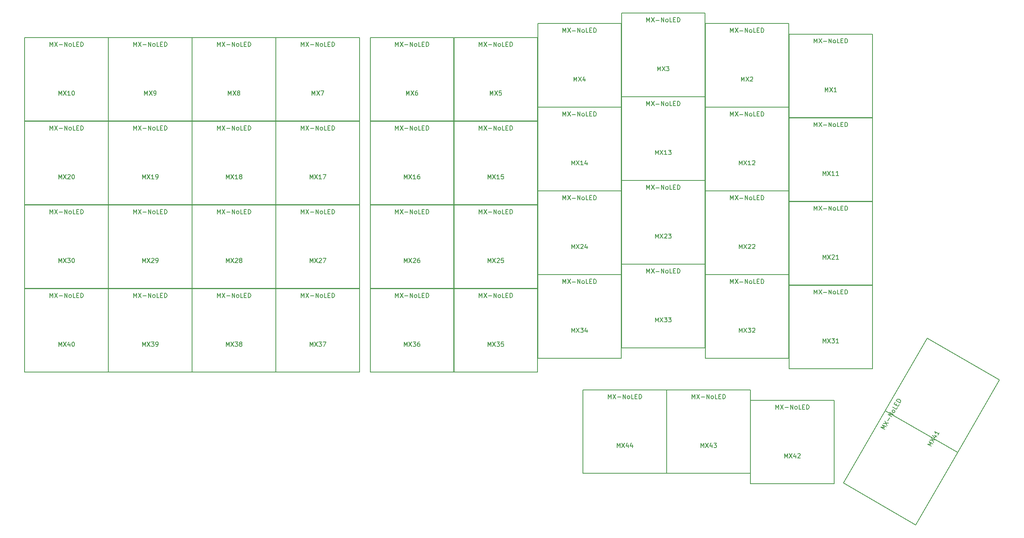
<source format=gbr>
%TF.GenerationSoftware,KiCad,Pcbnew,(5.1.9-0-10_14)*%
%TF.CreationDate,2021-04-15T22:48:35-05:00*%
%TF.ProjectId,wren-plate-left,7772656e-2d70-46c6-9174-652d6c656674,rev?*%
%TF.SameCoordinates,Original*%
%TF.FileFunction,OtherDrawing,Comment*%
%FSLAX46Y46*%
G04 Gerber Fmt 4.6, Leading zero omitted, Abs format (unit mm)*
G04 Created by KiCad (PCBNEW (5.1.9-0-10_14)) date 2021-04-15 22:48:35*
%MOMM*%
%LPD*%
G01*
G04 APERTURE LIST*
%ADD10C,0.150000*%
G04 APERTURE END LIST*
D10*
%TO.C,MX41*%
X223560259Y-128407383D02*
X233060259Y-111952901D01*
X240014741Y-137907383D02*
X223560259Y-128407383D01*
X249514741Y-121452901D02*
X240014741Y-137907383D01*
X233060259Y-111952901D02*
X249514741Y-121452901D01*
X259039741Y-104955117D02*
X249539741Y-121409599D01*
X233085259Y-111909599D02*
X242585259Y-95455117D01*
X249539741Y-121409599D02*
X233085259Y-111909599D01*
X242585259Y-95455117D02*
X259039741Y-104955117D01*
%TO.C,MX30*%
X37331250Y-65112500D02*
X56331250Y-65112500D01*
X37331250Y-84112500D02*
X37331250Y-65112500D01*
X56331250Y-84112500D02*
X37331250Y-84112500D01*
X56331250Y-65112500D02*
X56331250Y-84112500D01*
%TO.C,MX44*%
X164331250Y-107181250D02*
X183331250Y-107181250D01*
X164331250Y-126181250D02*
X164331250Y-107181250D01*
X183331250Y-126181250D02*
X164331250Y-126181250D01*
X183331250Y-107181250D02*
X183331250Y-126181250D01*
%TO.C,MX43*%
X183381250Y-107181250D02*
X202381250Y-107181250D01*
X183381250Y-126181250D02*
X183381250Y-107181250D01*
X202381250Y-126181250D02*
X183381250Y-126181250D01*
X202381250Y-107181250D02*
X202381250Y-126181250D01*
%TO.C,MX42*%
X202431250Y-109562500D02*
X221431250Y-109562500D01*
X202431250Y-128562500D02*
X202431250Y-109562500D01*
X221431250Y-128562500D02*
X202431250Y-128562500D01*
X221431250Y-109562500D02*
X221431250Y-128562500D01*
%TO.C,MX40*%
X37331250Y-84162500D02*
X56331250Y-84162500D01*
X37331250Y-103162500D02*
X37331250Y-84162500D01*
X56331250Y-103162500D02*
X37331250Y-103162500D01*
X56331250Y-84162500D02*
X56331250Y-103162500D01*
%TO.C,MX39*%
X56381250Y-84162500D02*
X75381250Y-84162500D01*
X56381250Y-103162500D02*
X56381250Y-84162500D01*
X75381250Y-103162500D02*
X56381250Y-103162500D01*
X75381250Y-84162500D02*
X75381250Y-103162500D01*
%TO.C,MX38*%
X75431250Y-84162500D02*
X94431250Y-84162500D01*
X75431250Y-103162500D02*
X75431250Y-84162500D01*
X94431250Y-103162500D02*
X75431250Y-103162500D01*
X94431250Y-84162500D02*
X94431250Y-103162500D01*
%TO.C,MX37*%
X94481250Y-84162500D02*
X113481250Y-84162500D01*
X94481250Y-103162500D02*
X94481250Y-84162500D01*
X113481250Y-103162500D02*
X94481250Y-103162500D01*
X113481250Y-84162500D02*
X113481250Y-103162500D01*
%TO.C,MX36*%
X115912500Y-84162500D02*
X134912500Y-84162500D01*
X115912500Y-103162500D02*
X115912500Y-84162500D01*
X134912500Y-103162500D02*
X115912500Y-103162500D01*
X134912500Y-84162500D02*
X134912500Y-103162500D01*
%TO.C,MX35*%
X134962500Y-84162500D02*
X153962500Y-84162500D01*
X134962500Y-103162500D02*
X134962500Y-84162500D01*
X153962500Y-103162500D02*
X134962500Y-103162500D01*
X153962500Y-84162500D02*
X153962500Y-103162500D01*
%TO.C,MX34*%
X154012500Y-80987500D02*
X173012500Y-80987500D01*
X154012500Y-99987500D02*
X154012500Y-80987500D01*
X173012500Y-99987500D02*
X154012500Y-99987500D01*
X173012500Y-80987500D02*
X173012500Y-99987500D01*
%TO.C,MX33*%
X173062500Y-78606250D02*
X192062500Y-78606250D01*
X173062500Y-97606250D02*
X173062500Y-78606250D01*
X192062500Y-97606250D02*
X173062500Y-97606250D01*
X192062500Y-78606250D02*
X192062500Y-97606250D01*
%TO.C,MX32*%
X192112500Y-80987500D02*
X211112500Y-80987500D01*
X192112500Y-99987500D02*
X192112500Y-80987500D01*
X211112500Y-99987500D02*
X192112500Y-99987500D01*
X211112500Y-80987500D02*
X211112500Y-99987500D01*
%TO.C,MX31*%
X211162500Y-83368750D02*
X230162500Y-83368750D01*
X211162500Y-102368750D02*
X211162500Y-83368750D01*
X230162500Y-102368750D02*
X211162500Y-102368750D01*
X230162500Y-83368750D02*
X230162500Y-102368750D01*
%TO.C,MX29*%
X56381250Y-65112500D02*
X75381250Y-65112500D01*
X56381250Y-84112500D02*
X56381250Y-65112500D01*
X75381250Y-84112500D02*
X56381250Y-84112500D01*
X75381250Y-65112500D02*
X75381250Y-84112500D01*
%TO.C,MX28*%
X75431250Y-65112500D02*
X94431250Y-65112500D01*
X75431250Y-84112500D02*
X75431250Y-65112500D01*
X94431250Y-84112500D02*
X75431250Y-84112500D01*
X94431250Y-65112500D02*
X94431250Y-84112500D01*
%TO.C,MX27*%
X94481250Y-65112500D02*
X113481250Y-65112500D01*
X94481250Y-84112500D02*
X94481250Y-65112500D01*
X113481250Y-84112500D02*
X94481250Y-84112500D01*
X113481250Y-65112500D02*
X113481250Y-84112500D01*
%TO.C,MX26*%
X115912500Y-65112500D02*
X134912500Y-65112500D01*
X115912500Y-84112500D02*
X115912500Y-65112500D01*
X134912500Y-84112500D02*
X115912500Y-84112500D01*
X134912500Y-65112500D02*
X134912500Y-84112500D01*
%TO.C,MX25*%
X134962500Y-65112500D02*
X153962500Y-65112500D01*
X134962500Y-84112500D02*
X134962500Y-65112500D01*
X153962500Y-84112500D02*
X134962500Y-84112500D01*
X153962500Y-65112500D02*
X153962500Y-84112500D01*
%TO.C,MX24*%
X154012500Y-61937500D02*
X173012500Y-61937500D01*
X154012500Y-80937500D02*
X154012500Y-61937500D01*
X173012500Y-80937500D02*
X154012500Y-80937500D01*
X173012500Y-61937500D02*
X173012500Y-80937500D01*
%TO.C,MX23*%
X173062500Y-59556250D02*
X192062500Y-59556250D01*
X173062500Y-78556250D02*
X173062500Y-59556250D01*
X192062500Y-78556250D02*
X173062500Y-78556250D01*
X192062500Y-59556250D02*
X192062500Y-78556250D01*
%TO.C,MX22*%
X192112500Y-61937500D02*
X211112500Y-61937500D01*
X192112500Y-80937500D02*
X192112500Y-61937500D01*
X211112500Y-80937500D02*
X192112500Y-80937500D01*
X211112500Y-61937500D02*
X211112500Y-80937500D01*
%TO.C,MX21*%
X211162500Y-64318750D02*
X230162500Y-64318750D01*
X211162500Y-83318750D02*
X211162500Y-64318750D01*
X230162500Y-83318750D02*
X211162500Y-83318750D01*
X230162500Y-64318750D02*
X230162500Y-83318750D01*
%TO.C,MX20*%
X37331250Y-46062500D02*
X56331250Y-46062500D01*
X37331250Y-65062500D02*
X37331250Y-46062500D01*
X56331250Y-65062500D02*
X37331250Y-65062500D01*
X56331250Y-46062500D02*
X56331250Y-65062500D01*
%TO.C,MX19*%
X56381250Y-46062500D02*
X75381250Y-46062500D01*
X56381250Y-65062500D02*
X56381250Y-46062500D01*
X75381250Y-65062500D02*
X56381250Y-65062500D01*
X75381250Y-46062500D02*
X75381250Y-65062500D01*
%TO.C,MX18*%
X75431250Y-46062500D02*
X94431250Y-46062500D01*
X75431250Y-65062500D02*
X75431250Y-46062500D01*
X94431250Y-65062500D02*
X75431250Y-65062500D01*
X94431250Y-46062500D02*
X94431250Y-65062500D01*
%TO.C,MX17*%
X94481250Y-46062500D02*
X113481250Y-46062500D01*
X94481250Y-65062500D02*
X94481250Y-46062500D01*
X113481250Y-65062500D02*
X94481250Y-65062500D01*
X113481250Y-46062500D02*
X113481250Y-65062500D01*
%TO.C,MX16*%
X115912500Y-46062500D02*
X134912500Y-46062500D01*
X115912500Y-65062500D02*
X115912500Y-46062500D01*
X134912500Y-65062500D02*
X115912500Y-65062500D01*
X134912500Y-46062500D02*
X134912500Y-65062500D01*
%TO.C,MX15*%
X134962500Y-46062500D02*
X153962500Y-46062500D01*
X134962500Y-65062500D02*
X134962500Y-46062500D01*
X153962500Y-65062500D02*
X134962500Y-65062500D01*
X153962500Y-46062500D02*
X153962500Y-65062500D01*
%TO.C,MX14*%
X154012500Y-42887500D02*
X173012500Y-42887500D01*
X154012500Y-61887500D02*
X154012500Y-42887500D01*
X173012500Y-61887500D02*
X154012500Y-61887500D01*
X173012500Y-42887500D02*
X173012500Y-61887500D01*
%TO.C,MX13*%
X173062500Y-40506250D02*
X192062500Y-40506250D01*
X173062500Y-59506250D02*
X173062500Y-40506250D01*
X192062500Y-59506250D02*
X173062500Y-59506250D01*
X192062500Y-40506250D02*
X192062500Y-59506250D01*
%TO.C,MX12*%
X192112500Y-42887500D02*
X211112500Y-42887500D01*
X192112500Y-61887500D02*
X192112500Y-42887500D01*
X211112500Y-61887500D02*
X192112500Y-61887500D01*
X211112500Y-42887500D02*
X211112500Y-61887500D01*
%TO.C,MX11*%
X211162500Y-45268750D02*
X230162500Y-45268750D01*
X211162500Y-64268750D02*
X211162500Y-45268750D01*
X230162500Y-64268750D02*
X211162500Y-64268750D01*
X230162500Y-45268750D02*
X230162500Y-64268750D01*
%TO.C,MX10*%
X37331250Y-27012500D02*
X56331250Y-27012500D01*
X37331250Y-46012500D02*
X37331250Y-27012500D01*
X56331250Y-46012500D02*
X37331250Y-46012500D01*
X56331250Y-27012500D02*
X56331250Y-46012500D01*
%TO.C,MX9*%
X56381250Y-27012500D02*
X75381250Y-27012500D01*
X56381250Y-46012500D02*
X56381250Y-27012500D01*
X75381250Y-46012500D02*
X56381250Y-46012500D01*
X75381250Y-27012500D02*
X75381250Y-46012500D01*
%TO.C,MX8*%
X75431250Y-27012500D02*
X94431250Y-27012500D01*
X75431250Y-46012500D02*
X75431250Y-27012500D01*
X94431250Y-46012500D02*
X75431250Y-46012500D01*
X94431250Y-27012500D02*
X94431250Y-46012500D01*
%TO.C,MX7*%
X94481250Y-27012500D02*
X113481250Y-27012500D01*
X94481250Y-46012500D02*
X94481250Y-27012500D01*
X113481250Y-46012500D02*
X94481250Y-46012500D01*
X113481250Y-27012500D02*
X113481250Y-46012500D01*
%TO.C,MX6*%
X115912500Y-27012500D02*
X134912500Y-27012500D01*
X115912500Y-46012500D02*
X115912500Y-27012500D01*
X134912500Y-46012500D02*
X115912500Y-46012500D01*
X134912500Y-27012500D02*
X134912500Y-46012500D01*
%TO.C,MX5*%
X134962500Y-27012500D02*
X153962500Y-27012500D01*
X134962500Y-46012500D02*
X134962500Y-27012500D01*
X153962500Y-46012500D02*
X134962500Y-46012500D01*
X153962500Y-27012500D02*
X153962500Y-46012500D01*
%TO.C,MX4*%
X154012500Y-23837500D02*
X173012500Y-23837500D01*
X154012500Y-42837500D02*
X154012500Y-23837500D01*
X173012500Y-42837500D02*
X154012500Y-42837500D01*
X173012500Y-23837500D02*
X173012500Y-42837500D01*
%TO.C,MX3*%
X173062500Y-21456250D02*
X192062500Y-21456250D01*
X173062500Y-40456250D02*
X173062500Y-21456250D01*
X192062500Y-40456250D02*
X173062500Y-40456250D01*
X192062500Y-21456250D02*
X192062500Y-40456250D01*
%TO.C,MX2*%
X192112500Y-23837500D02*
X211112500Y-23837500D01*
X192112500Y-42837500D02*
X192112500Y-23837500D01*
X211112500Y-42837500D02*
X192112500Y-42837500D01*
X211112500Y-23837500D02*
X211112500Y-42837500D01*
%TO.C,MX1*%
X211162500Y-26218750D02*
X230162500Y-26218750D01*
X211162500Y-45218750D02*
X211162500Y-26218750D01*
X230162500Y-45218750D02*
X211162500Y-45218750D01*
X230162500Y-26218750D02*
X230162500Y-45218750D01*
%TD*%
%TO.C,MX41*%
X243560452Y-120020794D02*
X242694426Y-119520794D01*
X243479682Y-119589262D01*
X243027759Y-118943444D01*
X243893785Y-119443444D01*
X243218236Y-118613530D02*
X244417594Y-118536179D01*
X243551569Y-118036179D02*
X244084261Y-119113530D01*
X244245006Y-117501778D02*
X244822356Y-117835111D01*
X243796044Y-117517498D02*
X244295586Y-118080837D01*
X244605110Y-117544727D01*
X245346166Y-116927846D02*
X245060452Y-117422718D01*
X245203309Y-117175282D02*
X244337283Y-116675282D01*
X244413382Y-116829189D01*
X244448242Y-116959287D01*
X244441862Y-117065575D01*
X232936744Y-116196595D02*
X232070718Y-115696595D01*
X232855974Y-115765063D01*
X232404051Y-115119245D01*
X233270077Y-115619245D01*
X232594528Y-114789330D02*
X233793886Y-114711980D01*
X232927861Y-114211980D02*
X233460553Y-115289330D01*
X233654448Y-114191589D02*
X234035401Y-113531761D01*
X234603410Y-113309844D02*
X233737385Y-112809844D01*
X234889124Y-112814972D01*
X234023099Y-112314972D01*
X235198648Y-112278861D02*
X235109790Y-112337530D01*
X235044741Y-112354960D01*
X234938453Y-112348580D01*
X234691017Y-112205723D01*
X234632348Y-112116865D01*
X234614918Y-112051816D01*
X234621298Y-111945528D01*
X234692727Y-111821810D01*
X234781585Y-111763141D01*
X234846634Y-111745711D01*
X234952922Y-111752091D01*
X235200358Y-111894948D01*
X235259027Y-111983806D01*
X235276457Y-112048855D01*
X235270077Y-112155143D01*
X235198648Y-112278861D01*
X235817696Y-111206639D02*
X235579601Y-111619032D01*
X234713575Y-111119032D01*
X235530730Y-110656059D02*
X235697397Y-110367384D01*
X236222458Y-110505571D02*
X235984363Y-110917964D01*
X235118337Y-110417964D01*
X235356432Y-110005571D01*
X236436744Y-110134417D02*
X235570718Y-109634417D01*
X235689766Y-109428221D01*
X235802434Y-109328312D01*
X235932531Y-109293453D01*
X236038819Y-109299833D01*
X236227586Y-109353831D01*
X236351304Y-109425260D01*
X236492452Y-109561737D01*
X236551121Y-109650596D01*
X236585980Y-109780693D01*
X236555791Y-109928221D01*
X236436744Y-110134417D01*
%TO.C,MX30*%
X45069345Y-78239880D02*
X45069345Y-77239880D01*
X45402678Y-77954166D01*
X45736011Y-77239880D01*
X45736011Y-78239880D01*
X46116964Y-77239880D02*
X46783630Y-78239880D01*
X46783630Y-77239880D02*
X46116964Y-78239880D01*
X47069345Y-77239880D02*
X47688392Y-77239880D01*
X47355059Y-77620833D01*
X47497916Y-77620833D01*
X47593154Y-77668452D01*
X47640773Y-77716071D01*
X47688392Y-77811309D01*
X47688392Y-78049404D01*
X47640773Y-78144642D01*
X47593154Y-78192261D01*
X47497916Y-78239880D01*
X47212202Y-78239880D01*
X47116964Y-78192261D01*
X47069345Y-78144642D01*
X48307440Y-77239880D02*
X48402678Y-77239880D01*
X48497916Y-77287500D01*
X48545535Y-77335119D01*
X48593154Y-77430357D01*
X48640773Y-77620833D01*
X48640773Y-77858928D01*
X48593154Y-78049404D01*
X48545535Y-78144642D01*
X48497916Y-78192261D01*
X48402678Y-78239880D01*
X48307440Y-78239880D01*
X48212202Y-78192261D01*
X48164583Y-78144642D01*
X48116964Y-78049404D01*
X48069345Y-77858928D01*
X48069345Y-77620833D01*
X48116964Y-77430357D01*
X48164583Y-77335119D01*
X48212202Y-77287500D01*
X48307440Y-77239880D01*
X43069345Y-67127380D02*
X43069345Y-66127380D01*
X43402678Y-66841666D01*
X43736011Y-66127380D01*
X43736011Y-67127380D01*
X44116964Y-66127380D02*
X44783630Y-67127380D01*
X44783630Y-66127380D02*
X44116964Y-67127380D01*
X45164583Y-66746428D02*
X45926488Y-66746428D01*
X46402678Y-67127380D02*
X46402678Y-66127380D01*
X46974107Y-67127380D01*
X46974107Y-66127380D01*
X47593154Y-67127380D02*
X47497916Y-67079761D01*
X47450297Y-67032142D01*
X47402678Y-66936904D01*
X47402678Y-66651190D01*
X47450297Y-66555952D01*
X47497916Y-66508333D01*
X47593154Y-66460714D01*
X47736011Y-66460714D01*
X47831250Y-66508333D01*
X47878869Y-66555952D01*
X47926488Y-66651190D01*
X47926488Y-66936904D01*
X47878869Y-67032142D01*
X47831250Y-67079761D01*
X47736011Y-67127380D01*
X47593154Y-67127380D01*
X48831250Y-67127380D02*
X48355059Y-67127380D01*
X48355059Y-66127380D01*
X49164583Y-66603571D02*
X49497916Y-66603571D01*
X49640773Y-67127380D02*
X49164583Y-67127380D01*
X49164583Y-66127380D01*
X49640773Y-66127380D01*
X50069345Y-67127380D02*
X50069345Y-66127380D01*
X50307440Y-66127380D01*
X50450297Y-66175000D01*
X50545535Y-66270238D01*
X50593154Y-66365476D01*
X50640773Y-66555952D01*
X50640773Y-66698809D01*
X50593154Y-66889285D01*
X50545535Y-66984523D01*
X50450297Y-67079761D01*
X50307440Y-67127380D01*
X50069345Y-67127380D01*
%TO.C,MX44*%
X172069345Y-120308630D02*
X172069345Y-119308630D01*
X172402678Y-120022916D01*
X172736011Y-119308630D01*
X172736011Y-120308630D01*
X173116964Y-119308630D02*
X173783630Y-120308630D01*
X173783630Y-119308630D02*
X173116964Y-120308630D01*
X174593154Y-119641964D02*
X174593154Y-120308630D01*
X174355059Y-119261011D02*
X174116964Y-119975297D01*
X174736011Y-119975297D01*
X175545535Y-119641964D02*
X175545535Y-120308630D01*
X175307440Y-119261011D02*
X175069345Y-119975297D01*
X175688392Y-119975297D01*
X170069345Y-109196130D02*
X170069345Y-108196130D01*
X170402678Y-108910416D01*
X170736011Y-108196130D01*
X170736011Y-109196130D01*
X171116964Y-108196130D02*
X171783630Y-109196130D01*
X171783630Y-108196130D02*
X171116964Y-109196130D01*
X172164583Y-108815178D02*
X172926488Y-108815178D01*
X173402678Y-109196130D02*
X173402678Y-108196130D01*
X173974107Y-109196130D01*
X173974107Y-108196130D01*
X174593154Y-109196130D02*
X174497916Y-109148511D01*
X174450297Y-109100892D01*
X174402678Y-109005654D01*
X174402678Y-108719940D01*
X174450297Y-108624702D01*
X174497916Y-108577083D01*
X174593154Y-108529464D01*
X174736011Y-108529464D01*
X174831250Y-108577083D01*
X174878869Y-108624702D01*
X174926488Y-108719940D01*
X174926488Y-109005654D01*
X174878869Y-109100892D01*
X174831250Y-109148511D01*
X174736011Y-109196130D01*
X174593154Y-109196130D01*
X175831250Y-109196130D02*
X175355059Y-109196130D01*
X175355059Y-108196130D01*
X176164583Y-108672321D02*
X176497916Y-108672321D01*
X176640773Y-109196130D02*
X176164583Y-109196130D01*
X176164583Y-108196130D01*
X176640773Y-108196130D01*
X177069345Y-109196130D02*
X177069345Y-108196130D01*
X177307440Y-108196130D01*
X177450297Y-108243750D01*
X177545535Y-108338988D01*
X177593154Y-108434226D01*
X177640773Y-108624702D01*
X177640773Y-108767559D01*
X177593154Y-108958035D01*
X177545535Y-109053273D01*
X177450297Y-109148511D01*
X177307440Y-109196130D01*
X177069345Y-109196130D01*
%TO.C,MX43*%
X191119345Y-120308630D02*
X191119345Y-119308630D01*
X191452678Y-120022916D01*
X191786011Y-119308630D01*
X191786011Y-120308630D01*
X192166964Y-119308630D02*
X192833630Y-120308630D01*
X192833630Y-119308630D02*
X192166964Y-120308630D01*
X193643154Y-119641964D02*
X193643154Y-120308630D01*
X193405059Y-119261011D02*
X193166964Y-119975297D01*
X193786011Y-119975297D01*
X194071726Y-119308630D02*
X194690773Y-119308630D01*
X194357440Y-119689583D01*
X194500297Y-119689583D01*
X194595535Y-119737202D01*
X194643154Y-119784821D01*
X194690773Y-119880059D01*
X194690773Y-120118154D01*
X194643154Y-120213392D01*
X194595535Y-120261011D01*
X194500297Y-120308630D01*
X194214583Y-120308630D01*
X194119345Y-120261011D01*
X194071726Y-120213392D01*
X189119345Y-109196130D02*
X189119345Y-108196130D01*
X189452678Y-108910416D01*
X189786011Y-108196130D01*
X189786011Y-109196130D01*
X190166964Y-108196130D02*
X190833630Y-109196130D01*
X190833630Y-108196130D02*
X190166964Y-109196130D01*
X191214583Y-108815178D02*
X191976488Y-108815178D01*
X192452678Y-109196130D02*
X192452678Y-108196130D01*
X193024107Y-109196130D01*
X193024107Y-108196130D01*
X193643154Y-109196130D02*
X193547916Y-109148511D01*
X193500297Y-109100892D01*
X193452678Y-109005654D01*
X193452678Y-108719940D01*
X193500297Y-108624702D01*
X193547916Y-108577083D01*
X193643154Y-108529464D01*
X193786011Y-108529464D01*
X193881250Y-108577083D01*
X193928869Y-108624702D01*
X193976488Y-108719940D01*
X193976488Y-109005654D01*
X193928869Y-109100892D01*
X193881250Y-109148511D01*
X193786011Y-109196130D01*
X193643154Y-109196130D01*
X194881250Y-109196130D02*
X194405059Y-109196130D01*
X194405059Y-108196130D01*
X195214583Y-108672321D02*
X195547916Y-108672321D01*
X195690773Y-109196130D02*
X195214583Y-109196130D01*
X195214583Y-108196130D01*
X195690773Y-108196130D01*
X196119345Y-109196130D02*
X196119345Y-108196130D01*
X196357440Y-108196130D01*
X196500297Y-108243750D01*
X196595535Y-108338988D01*
X196643154Y-108434226D01*
X196690773Y-108624702D01*
X196690773Y-108767559D01*
X196643154Y-108958035D01*
X196595535Y-109053273D01*
X196500297Y-109148511D01*
X196357440Y-109196130D01*
X196119345Y-109196130D01*
%TO.C,MX42*%
X210169345Y-122689880D02*
X210169345Y-121689880D01*
X210502678Y-122404166D01*
X210836011Y-121689880D01*
X210836011Y-122689880D01*
X211216964Y-121689880D02*
X211883630Y-122689880D01*
X211883630Y-121689880D02*
X211216964Y-122689880D01*
X212693154Y-122023214D02*
X212693154Y-122689880D01*
X212455059Y-121642261D02*
X212216964Y-122356547D01*
X212836011Y-122356547D01*
X213169345Y-121785119D02*
X213216964Y-121737500D01*
X213312202Y-121689880D01*
X213550297Y-121689880D01*
X213645535Y-121737500D01*
X213693154Y-121785119D01*
X213740773Y-121880357D01*
X213740773Y-121975595D01*
X213693154Y-122118452D01*
X213121726Y-122689880D01*
X213740773Y-122689880D01*
X208169345Y-111577380D02*
X208169345Y-110577380D01*
X208502678Y-111291666D01*
X208836011Y-110577380D01*
X208836011Y-111577380D01*
X209216964Y-110577380D02*
X209883630Y-111577380D01*
X209883630Y-110577380D02*
X209216964Y-111577380D01*
X210264583Y-111196428D02*
X211026488Y-111196428D01*
X211502678Y-111577380D02*
X211502678Y-110577380D01*
X212074107Y-111577380D01*
X212074107Y-110577380D01*
X212693154Y-111577380D02*
X212597916Y-111529761D01*
X212550297Y-111482142D01*
X212502678Y-111386904D01*
X212502678Y-111101190D01*
X212550297Y-111005952D01*
X212597916Y-110958333D01*
X212693154Y-110910714D01*
X212836011Y-110910714D01*
X212931250Y-110958333D01*
X212978869Y-111005952D01*
X213026488Y-111101190D01*
X213026488Y-111386904D01*
X212978869Y-111482142D01*
X212931250Y-111529761D01*
X212836011Y-111577380D01*
X212693154Y-111577380D01*
X213931250Y-111577380D02*
X213455059Y-111577380D01*
X213455059Y-110577380D01*
X214264583Y-111053571D02*
X214597916Y-111053571D01*
X214740773Y-111577380D02*
X214264583Y-111577380D01*
X214264583Y-110577380D01*
X214740773Y-110577380D01*
X215169345Y-111577380D02*
X215169345Y-110577380D01*
X215407440Y-110577380D01*
X215550297Y-110625000D01*
X215645535Y-110720238D01*
X215693154Y-110815476D01*
X215740773Y-111005952D01*
X215740773Y-111148809D01*
X215693154Y-111339285D01*
X215645535Y-111434523D01*
X215550297Y-111529761D01*
X215407440Y-111577380D01*
X215169345Y-111577380D01*
%TO.C,MX40*%
X45069345Y-97289880D02*
X45069345Y-96289880D01*
X45402678Y-97004166D01*
X45736011Y-96289880D01*
X45736011Y-97289880D01*
X46116964Y-96289880D02*
X46783630Y-97289880D01*
X46783630Y-96289880D02*
X46116964Y-97289880D01*
X47593154Y-96623214D02*
X47593154Y-97289880D01*
X47355059Y-96242261D02*
X47116964Y-96956547D01*
X47736011Y-96956547D01*
X48307440Y-96289880D02*
X48402678Y-96289880D01*
X48497916Y-96337500D01*
X48545535Y-96385119D01*
X48593154Y-96480357D01*
X48640773Y-96670833D01*
X48640773Y-96908928D01*
X48593154Y-97099404D01*
X48545535Y-97194642D01*
X48497916Y-97242261D01*
X48402678Y-97289880D01*
X48307440Y-97289880D01*
X48212202Y-97242261D01*
X48164583Y-97194642D01*
X48116964Y-97099404D01*
X48069345Y-96908928D01*
X48069345Y-96670833D01*
X48116964Y-96480357D01*
X48164583Y-96385119D01*
X48212202Y-96337500D01*
X48307440Y-96289880D01*
X43069345Y-86177380D02*
X43069345Y-85177380D01*
X43402678Y-85891666D01*
X43736011Y-85177380D01*
X43736011Y-86177380D01*
X44116964Y-85177380D02*
X44783630Y-86177380D01*
X44783630Y-85177380D02*
X44116964Y-86177380D01*
X45164583Y-85796428D02*
X45926488Y-85796428D01*
X46402678Y-86177380D02*
X46402678Y-85177380D01*
X46974107Y-86177380D01*
X46974107Y-85177380D01*
X47593154Y-86177380D02*
X47497916Y-86129761D01*
X47450297Y-86082142D01*
X47402678Y-85986904D01*
X47402678Y-85701190D01*
X47450297Y-85605952D01*
X47497916Y-85558333D01*
X47593154Y-85510714D01*
X47736011Y-85510714D01*
X47831250Y-85558333D01*
X47878869Y-85605952D01*
X47926488Y-85701190D01*
X47926488Y-85986904D01*
X47878869Y-86082142D01*
X47831250Y-86129761D01*
X47736011Y-86177380D01*
X47593154Y-86177380D01*
X48831250Y-86177380D02*
X48355059Y-86177380D01*
X48355059Y-85177380D01*
X49164583Y-85653571D02*
X49497916Y-85653571D01*
X49640773Y-86177380D02*
X49164583Y-86177380D01*
X49164583Y-85177380D01*
X49640773Y-85177380D01*
X50069345Y-86177380D02*
X50069345Y-85177380D01*
X50307440Y-85177380D01*
X50450297Y-85225000D01*
X50545535Y-85320238D01*
X50593154Y-85415476D01*
X50640773Y-85605952D01*
X50640773Y-85748809D01*
X50593154Y-85939285D01*
X50545535Y-86034523D01*
X50450297Y-86129761D01*
X50307440Y-86177380D01*
X50069345Y-86177380D01*
%TO.C,MX39*%
X64119345Y-97289880D02*
X64119345Y-96289880D01*
X64452678Y-97004166D01*
X64786011Y-96289880D01*
X64786011Y-97289880D01*
X65166964Y-96289880D02*
X65833630Y-97289880D01*
X65833630Y-96289880D02*
X65166964Y-97289880D01*
X66119345Y-96289880D02*
X66738392Y-96289880D01*
X66405059Y-96670833D01*
X66547916Y-96670833D01*
X66643154Y-96718452D01*
X66690773Y-96766071D01*
X66738392Y-96861309D01*
X66738392Y-97099404D01*
X66690773Y-97194642D01*
X66643154Y-97242261D01*
X66547916Y-97289880D01*
X66262202Y-97289880D01*
X66166964Y-97242261D01*
X66119345Y-97194642D01*
X67214583Y-97289880D02*
X67405059Y-97289880D01*
X67500297Y-97242261D01*
X67547916Y-97194642D01*
X67643154Y-97051785D01*
X67690773Y-96861309D01*
X67690773Y-96480357D01*
X67643154Y-96385119D01*
X67595535Y-96337500D01*
X67500297Y-96289880D01*
X67309821Y-96289880D01*
X67214583Y-96337500D01*
X67166964Y-96385119D01*
X67119345Y-96480357D01*
X67119345Y-96718452D01*
X67166964Y-96813690D01*
X67214583Y-96861309D01*
X67309821Y-96908928D01*
X67500297Y-96908928D01*
X67595535Y-96861309D01*
X67643154Y-96813690D01*
X67690773Y-96718452D01*
X62119345Y-86177380D02*
X62119345Y-85177380D01*
X62452678Y-85891666D01*
X62786011Y-85177380D01*
X62786011Y-86177380D01*
X63166964Y-85177380D02*
X63833630Y-86177380D01*
X63833630Y-85177380D02*
X63166964Y-86177380D01*
X64214583Y-85796428D02*
X64976488Y-85796428D01*
X65452678Y-86177380D02*
X65452678Y-85177380D01*
X66024107Y-86177380D01*
X66024107Y-85177380D01*
X66643154Y-86177380D02*
X66547916Y-86129761D01*
X66500297Y-86082142D01*
X66452678Y-85986904D01*
X66452678Y-85701190D01*
X66500297Y-85605952D01*
X66547916Y-85558333D01*
X66643154Y-85510714D01*
X66786011Y-85510714D01*
X66881250Y-85558333D01*
X66928869Y-85605952D01*
X66976488Y-85701190D01*
X66976488Y-85986904D01*
X66928869Y-86082142D01*
X66881250Y-86129761D01*
X66786011Y-86177380D01*
X66643154Y-86177380D01*
X67881250Y-86177380D02*
X67405059Y-86177380D01*
X67405059Y-85177380D01*
X68214583Y-85653571D02*
X68547916Y-85653571D01*
X68690773Y-86177380D02*
X68214583Y-86177380D01*
X68214583Y-85177380D01*
X68690773Y-85177380D01*
X69119345Y-86177380D02*
X69119345Y-85177380D01*
X69357440Y-85177380D01*
X69500297Y-85225000D01*
X69595535Y-85320238D01*
X69643154Y-85415476D01*
X69690773Y-85605952D01*
X69690773Y-85748809D01*
X69643154Y-85939285D01*
X69595535Y-86034523D01*
X69500297Y-86129761D01*
X69357440Y-86177380D01*
X69119345Y-86177380D01*
%TO.C,MX38*%
X83169345Y-97289880D02*
X83169345Y-96289880D01*
X83502678Y-97004166D01*
X83836011Y-96289880D01*
X83836011Y-97289880D01*
X84216964Y-96289880D02*
X84883630Y-97289880D01*
X84883630Y-96289880D02*
X84216964Y-97289880D01*
X85169345Y-96289880D02*
X85788392Y-96289880D01*
X85455059Y-96670833D01*
X85597916Y-96670833D01*
X85693154Y-96718452D01*
X85740773Y-96766071D01*
X85788392Y-96861309D01*
X85788392Y-97099404D01*
X85740773Y-97194642D01*
X85693154Y-97242261D01*
X85597916Y-97289880D01*
X85312202Y-97289880D01*
X85216964Y-97242261D01*
X85169345Y-97194642D01*
X86359821Y-96718452D02*
X86264583Y-96670833D01*
X86216964Y-96623214D01*
X86169345Y-96527976D01*
X86169345Y-96480357D01*
X86216964Y-96385119D01*
X86264583Y-96337500D01*
X86359821Y-96289880D01*
X86550297Y-96289880D01*
X86645535Y-96337500D01*
X86693154Y-96385119D01*
X86740773Y-96480357D01*
X86740773Y-96527976D01*
X86693154Y-96623214D01*
X86645535Y-96670833D01*
X86550297Y-96718452D01*
X86359821Y-96718452D01*
X86264583Y-96766071D01*
X86216964Y-96813690D01*
X86169345Y-96908928D01*
X86169345Y-97099404D01*
X86216964Y-97194642D01*
X86264583Y-97242261D01*
X86359821Y-97289880D01*
X86550297Y-97289880D01*
X86645535Y-97242261D01*
X86693154Y-97194642D01*
X86740773Y-97099404D01*
X86740773Y-96908928D01*
X86693154Y-96813690D01*
X86645535Y-96766071D01*
X86550297Y-96718452D01*
X81169345Y-86177380D02*
X81169345Y-85177380D01*
X81502678Y-85891666D01*
X81836011Y-85177380D01*
X81836011Y-86177380D01*
X82216964Y-85177380D02*
X82883630Y-86177380D01*
X82883630Y-85177380D02*
X82216964Y-86177380D01*
X83264583Y-85796428D02*
X84026488Y-85796428D01*
X84502678Y-86177380D02*
X84502678Y-85177380D01*
X85074107Y-86177380D01*
X85074107Y-85177380D01*
X85693154Y-86177380D02*
X85597916Y-86129761D01*
X85550297Y-86082142D01*
X85502678Y-85986904D01*
X85502678Y-85701190D01*
X85550297Y-85605952D01*
X85597916Y-85558333D01*
X85693154Y-85510714D01*
X85836011Y-85510714D01*
X85931250Y-85558333D01*
X85978869Y-85605952D01*
X86026488Y-85701190D01*
X86026488Y-85986904D01*
X85978869Y-86082142D01*
X85931250Y-86129761D01*
X85836011Y-86177380D01*
X85693154Y-86177380D01*
X86931250Y-86177380D02*
X86455059Y-86177380D01*
X86455059Y-85177380D01*
X87264583Y-85653571D02*
X87597916Y-85653571D01*
X87740773Y-86177380D02*
X87264583Y-86177380D01*
X87264583Y-85177380D01*
X87740773Y-85177380D01*
X88169345Y-86177380D02*
X88169345Y-85177380D01*
X88407440Y-85177380D01*
X88550297Y-85225000D01*
X88645535Y-85320238D01*
X88693154Y-85415476D01*
X88740773Y-85605952D01*
X88740773Y-85748809D01*
X88693154Y-85939285D01*
X88645535Y-86034523D01*
X88550297Y-86129761D01*
X88407440Y-86177380D01*
X88169345Y-86177380D01*
%TO.C,MX37*%
X102219345Y-97289880D02*
X102219345Y-96289880D01*
X102552678Y-97004166D01*
X102886011Y-96289880D01*
X102886011Y-97289880D01*
X103266964Y-96289880D02*
X103933630Y-97289880D01*
X103933630Y-96289880D02*
X103266964Y-97289880D01*
X104219345Y-96289880D02*
X104838392Y-96289880D01*
X104505059Y-96670833D01*
X104647916Y-96670833D01*
X104743154Y-96718452D01*
X104790773Y-96766071D01*
X104838392Y-96861309D01*
X104838392Y-97099404D01*
X104790773Y-97194642D01*
X104743154Y-97242261D01*
X104647916Y-97289880D01*
X104362202Y-97289880D01*
X104266964Y-97242261D01*
X104219345Y-97194642D01*
X105171726Y-96289880D02*
X105838392Y-96289880D01*
X105409821Y-97289880D01*
X100219345Y-86177380D02*
X100219345Y-85177380D01*
X100552678Y-85891666D01*
X100886011Y-85177380D01*
X100886011Y-86177380D01*
X101266964Y-85177380D02*
X101933630Y-86177380D01*
X101933630Y-85177380D02*
X101266964Y-86177380D01*
X102314583Y-85796428D02*
X103076488Y-85796428D01*
X103552678Y-86177380D02*
X103552678Y-85177380D01*
X104124107Y-86177380D01*
X104124107Y-85177380D01*
X104743154Y-86177380D02*
X104647916Y-86129761D01*
X104600297Y-86082142D01*
X104552678Y-85986904D01*
X104552678Y-85701190D01*
X104600297Y-85605952D01*
X104647916Y-85558333D01*
X104743154Y-85510714D01*
X104886011Y-85510714D01*
X104981250Y-85558333D01*
X105028869Y-85605952D01*
X105076488Y-85701190D01*
X105076488Y-85986904D01*
X105028869Y-86082142D01*
X104981250Y-86129761D01*
X104886011Y-86177380D01*
X104743154Y-86177380D01*
X105981250Y-86177380D02*
X105505059Y-86177380D01*
X105505059Y-85177380D01*
X106314583Y-85653571D02*
X106647916Y-85653571D01*
X106790773Y-86177380D02*
X106314583Y-86177380D01*
X106314583Y-85177380D01*
X106790773Y-85177380D01*
X107219345Y-86177380D02*
X107219345Y-85177380D01*
X107457440Y-85177380D01*
X107600297Y-85225000D01*
X107695535Y-85320238D01*
X107743154Y-85415476D01*
X107790773Y-85605952D01*
X107790773Y-85748809D01*
X107743154Y-85939285D01*
X107695535Y-86034523D01*
X107600297Y-86129761D01*
X107457440Y-86177380D01*
X107219345Y-86177380D01*
%TO.C,MX36*%
X123650595Y-97289880D02*
X123650595Y-96289880D01*
X123983928Y-97004166D01*
X124317261Y-96289880D01*
X124317261Y-97289880D01*
X124698214Y-96289880D02*
X125364880Y-97289880D01*
X125364880Y-96289880D02*
X124698214Y-97289880D01*
X125650595Y-96289880D02*
X126269642Y-96289880D01*
X125936309Y-96670833D01*
X126079166Y-96670833D01*
X126174404Y-96718452D01*
X126222023Y-96766071D01*
X126269642Y-96861309D01*
X126269642Y-97099404D01*
X126222023Y-97194642D01*
X126174404Y-97242261D01*
X126079166Y-97289880D01*
X125793452Y-97289880D01*
X125698214Y-97242261D01*
X125650595Y-97194642D01*
X127126785Y-96289880D02*
X126936309Y-96289880D01*
X126841071Y-96337500D01*
X126793452Y-96385119D01*
X126698214Y-96527976D01*
X126650595Y-96718452D01*
X126650595Y-97099404D01*
X126698214Y-97194642D01*
X126745833Y-97242261D01*
X126841071Y-97289880D01*
X127031547Y-97289880D01*
X127126785Y-97242261D01*
X127174404Y-97194642D01*
X127222023Y-97099404D01*
X127222023Y-96861309D01*
X127174404Y-96766071D01*
X127126785Y-96718452D01*
X127031547Y-96670833D01*
X126841071Y-96670833D01*
X126745833Y-96718452D01*
X126698214Y-96766071D01*
X126650595Y-96861309D01*
X121650595Y-86177380D02*
X121650595Y-85177380D01*
X121983928Y-85891666D01*
X122317261Y-85177380D01*
X122317261Y-86177380D01*
X122698214Y-85177380D02*
X123364880Y-86177380D01*
X123364880Y-85177380D02*
X122698214Y-86177380D01*
X123745833Y-85796428D02*
X124507738Y-85796428D01*
X124983928Y-86177380D02*
X124983928Y-85177380D01*
X125555357Y-86177380D01*
X125555357Y-85177380D01*
X126174404Y-86177380D02*
X126079166Y-86129761D01*
X126031547Y-86082142D01*
X125983928Y-85986904D01*
X125983928Y-85701190D01*
X126031547Y-85605952D01*
X126079166Y-85558333D01*
X126174404Y-85510714D01*
X126317261Y-85510714D01*
X126412500Y-85558333D01*
X126460119Y-85605952D01*
X126507738Y-85701190D01*
X126507738Y-85986904D01*
X126460119Y-86082142D01*
X126412500Y-86129761D01*
X126317261Y-86177380D01*
X126174404Y-86177380D01*
X127412500Y-86177380D02*
X126936309Y-86177380D01*
X126936309Y-85177380D01*
X127745833Y-85653571D02*
X128079166Y-85653571D01*
X128222023Y-86177380D02*
X127745833Y-86177380D01*
X127745833Y-85177380D01*
X128222023Y-85177380D01*
X128650595Y-86177380D02*
X128650595Y-85177380D01*
X128888690Y-85177380D01*
X129031547Y-85225000D01*
X129126785Y-85320238D01*
X129174404Y-85415476D01*
X129222023Y-85605952D01*
X129222023Y-85748809D01*
X129174404Y-85939285D01*
X129126785Y-86034523D01*
X129031547Y-86129761D01*
X128888690Y-86177380D01*
X128650595Y-86177380D01*
%TO.C,MX35*%
X142700595Y-97289880D02*
X142700595Y-96289880D01*
X143033928Y-97004166D01*
X143367261Y-96289880D01*
X143367261Y-97289880D01*
X143748214Y-96289880D02*
X144414880Y-97289880D01*
X144414880Y-96289880D02*
X143748214Y-97289880D01*
X144700595Y-96289880D02*
X145319642Y-96289880D01*
X144986309Y-96670833D01*
X145129166Y-96670833D01*
X145224404Y-96718452D01*
X145272023Y-96766071D01*
X145319642Y-96861309D01*
X145319642Y-97099404D01*
X145272023Y-97194642D01*
X145224404Y-97242261D01*
X145129166Y-97289880D01*
X144843452Y-97289880D01*
X144748214Y-97242261D01*
X144700595Y-97194642D01*
X146224404Y-96289880D02*
X145748214Y-96289880D01*
X145700595Y-96766071D01*
X145748214Y-96718452D01*
X145843452Y-96670833D01*
X146081547Y-96670833D01*
X146176785Y-96718452D01*
X146224404Y-96766071D01*
X146272023Y-96861309D01*
X146272023Y-97099404D01*
X146224404Y-97194642D01*
X146176785Y-97242261D01*
X146081547Y-97289880D01*
X145843452Y-97289880D01*
X145748214Y-97242261D01*
X145700595Y-97194642D01*
X140700595Y-86177380D02*
X140700595Y-85177380D01*
X141033928Y-85891666D01*
X141367261Y-85177380D01*
X141367261Y-86177380D01*
X141748214Y-85177380D02*
X142414880Y-86177380D01*
X142414880Y-85177380D02*
X141748214Y-86177380D01*
X142795833Y-85796428D02*
X143557738Y-85796428D01*
X144033928Y-86177380D02*
X144033928Y-85177380D01*
X144605357Y-86177380D01*
X144605357Y-85177380D01*
X145224404Y-86177380D02*
X145129166Y-86129761D01*
X145081547Y-86082142D01*
X145033928Y-85986904D01*
X145033928Y-85701190D01*
X145081547Y-85605952D01*
X145129166Y-85558333D01*
X145224404Y-85510714D01*
X145367261Y-85510714D01*
X145462500Y-85558333D01*
X145510119Y-85605952D01*
X145557738Y-85701190D01*
X145557738Y-85986904D01*
X145510119Y-86082142D01*
X145462500Y-86129761D01*
X145367261Y-86177380D01*
X145224404Y-86177380D01*
X146462500Y-86177380D02*
X145986309Y-86177380D01*
X145986309Y-85177380D01*
X146795833Y-85653571D02*
X147129166Y-85653571D01*
X147272023Y-86177380D02*
X146795833Y-86177380D01*
X146795833Y-85177380D01*
X147272023Y-85177380D01*
X147700595Y-86177380D02*
X147700595Y-85177380D01*
X147938690Y-85177380D01*
X148081547Y-85225000D01*
X148176785Y-85320238D01*
X148224404Y-85415476D01*
X148272023Y-85605952D01*
X148272023Y-85748809D01*
X148224404Y-85939285D01*
X148176785Y-86034523D01*
X148081547Y-86129761D01*
X147938690Y-86177380D01*
X147700595Y-86177380D01*
%TO.C,MX34*%
X161750595Y-94114880D02*
X161750595Y-93114880D01*
X162083928Y-93829166D01*
X162417261Y-93114880D01*
X162417261Y-94114880D01*
X162798214Y-93114880D02*
X163464880Y-94114880D01*
X163464880Y-93114880D02*
X162798214Y-94114880D01*
X163750595Y-93114880D02*
X164369642Y-93114880D01*
X164036309Y-93495833D01*
X164179166Y-93495833D01*
X164274404Y-93543452D01*
X164322023Y-93591071D01*
X164369642Y-93686309D01*
X164369642Y-93924404D01*
X164322023Y-94019642D01*
X164274404Y-94067261D01*
X164179166Y-94114880D01*
X163893452Y-94114880D01*
X163798214Y-94067261D01*
X163750595Y-94019642D01*
X165226785Y-93448214D02*
X165226785Y-94114880D01*
X164988690Y-93067261D02*
X164750595Y-93781547D01*
X165369642Y-93781547D01*
X159750595Y-83002380D02*
X159750595Y-82002380D01*
X160083928Y-82716666D01*
X160417261Y-82002380D01*
X160417261Y-83002380D01*
X160798214Y-82002380D02*
X161464880Y-83002380D01*
X161464880Y-82002380D02*
X160798214Y-83002380D01*
X161845833Y-82621428D02*
X162607738Y-82621428D01*
X163083928Y-83002380D02*
X163083928Y-82002380D01*
X163655357Y-83002380D01*
X163655357Y-82002380D01*
X164274404Y-83002380D02*
X164179166Y-82954761D01*
X164131547Y-82907142D01*
X164083928Y-82811904D01*
X164083928Y-82526190D01*
X164131547Y-82430952D01*
X164179166Y-82383333D01*
X164274404Y-82335714D01*
X164417261Y-82335714D01*
X164512500Y-82383333D01*
X164560119Y-82430952D01*
X164607738Y-82526190D01*
X164607738Y-82811904D01*
X164560119Y-82907142D01*
X164512500Y-82954761D01*
X164417261Y-83002380D01*
X164274404Y-83002380D01*
X165512500Y-83002380D02*
X165036309Y-83002380D01*
X165036309Y-82002380D01*
X165845833Y-82478571D02*
X166179166Y-82478571D01*
X166322023Y-83002380D02*
X165845833Y-83002380D01*
X165845833Y-82002380D01*
X166322023Y-82002380D01*
X166750595Y-83002380D02*
X166750595Y-82002380D01*
X166988690Y-82002380D01*
X167131547Y-82050000D01*
X167226785Y-82145238D01*
X167274404Y-82240476D01*
X167322023Y-82430952D01*
X167322023Y-82573809D01*
X167274404Y-82764285D01*
X167226785Y-82859523D01*
X167131547Y-82954761D01*
X166988690Y-83002380D01*
X166750595Y-83002380D01*
%TO.C,MX33*%
X180800595Y-91733630D02*
X180800595Y-90733630D01*
X181133928Y-91447916D01*
X181467261Y-90733630D01*
X181467261Y-91733630D01*
X181848214Y-90733630D02*
X182514880Y-91733630D01*
X182514880Y-90733630D02*
X181848214Y-91733630D01*
X182800595Y-90733630D02*
X183419642Y-90733630D01*
X183086309Y-91114583D01*
X183229166Y-91114583D01*
X183324404Y-91162202D01*
X183372023Y-91209821D01*
X183419642Y-91305059D01*
X183419642Y-91543154D01*
X183372023Y-91638392D01*
X183324404Y-91686011D01*
X183229166Y-91733630D01*
X182943452Y-91733630D01*
X182848214Y-91686011D01*
X182800595Y-91638392D01*
X183752976Y-90733630D02*
X184372023Y-90733630D01*
X184038690Y-91114583D01*
X184181547Y-91114583D01*
X184276785Y-91162202D01*
X184324404Y-91209821D01*
X184372023Y-91305059D01*
X184372023Y-91543154D01*
X184324404Y-91638392D01*
X184276785Y-91686011D01*
X184181547Y-91733630D01*
X183895833Y-91733630D01*
X183800595Y-91686011D01*
X183752976Y-91638392D01*
X178800595Y-80621130D02*
X178800595Y-79621130D01*
X179133928Y-80335416D01*
X179467261Y-79621130D01*
X179467261Y-80621130D01*
X179848214Y-79621130D02*
X180514880Y-80621130D01*
X180514880Y-79621130D02*
X179848214Y-80621130D01*
X180895833Y-80240178D02*
X181657738Y-80240178D01*
X182133928Y-80621130D02*
X182133928Y-79621130D01*
X182705357Y-80621130D01*
X182705357Y-79621130D01*
X183324404Y-80621130D02*
X183229166Y-80573511D01*
X183181547Y-80525892D01*
X183133928Y-80430654D01*
X183133928Y-80144940D01*
X183181547Y-80049702D01*
X183229166Y-80002083D01*
X183324404Y-79954464D01*
X183467261Y-79954464D01*
X183562500Y-80002083D01*
X183610119Y-80049702D01*
X183657738Y-80144940D01*
X183657738Y-80430654D01*
X183610119Y-80525892D01*
X183562500Y-80573511D01*
X183467261Y-80621130D01*
X183324404Y-80621130D01*
X184562500Y-80621130D02*
X184086309Y-80621130D01*
X184086309Y-79621130D01*
X184895833Y-80097321D02*
X185229166Y-80097321D01*
X185372023Y-80621130D02*
X184895833Y-80621130D01*
X184895833Y-79621130D01*
X185372023Y-79621130D01*
X185800595Y-80621130D02*
X185800595Y-79621130D01*
X186038690Y-79621130D01*
X186181547Y-79668750D01*
X186276785Y-79763988D01*
X186324404Y-79859226D01*
X186372023Y-80049702D01*
X186372023Y-80192559D01*
X186324404Y-80383035D01*
X186276785Y-80478273D01*
X186181547Y-80573511D01*
X186038690Y-80621130D01*
X185800595Y-80621130D01*
%TO.C,MX32*%
X199850595Y-94114880D02*
X199850595Y-93114880D01*
X200183928Y-93829166D01*
X200517261Y-93114880D01*
X200517261Y-94114880D01*
X200898214Y-93114880D02*
X201564880Y-94114880D01*
X201564880Y-93114880D02*
X200898214Y-94114880D01*
X201850595Y-93114880D02*
X202469642Y-93114880D01*
X202136309Y-93495833D01*
X202279166Y-93495833D01*
X202374404Y-93543452D01*
X202422023Y-93591071D01*
X202469642Y-93686309D01*
X202469642Y-93924404D01*
X202422023Y-94019642D01*
X202374404Y-94067261D01*
X202279166Y-94114880D01*
X201993452Y-94114880D01*
X201898214Y-94067261D01*
X201850595Y-94019642D01*
X202850595Y-93210119D02*
X202898214Y-93162500D01*
X202993452Y-93114880D01*
X203231547Y-93114880D01*
X203326785Y-93162500D01*
X203374404Y-93210119D01*
X203422023Y-93305357D01*
X203422023Y-93400595D01*
X203374404Y-93543452D01*
X202802976Y-94114880D01*
X203422023Y-94114880D01*
X197850595Y-83002380D02*
X197850595Y-82002380D01*
X198183928Y-82716666D01*
X198517261Y-82002380D01*
X198517261Y-83002380D01*
X198898214Y-82002380D02*
X199564880Y-83002380D01*
X199564880Y-82002380D02*
X198898214Y-83002380D01*
X199945833Y-82621428D02*
X200707738Y-82621428D01*
X201183928Y-83002380D02*
X201183928Y-82002380D01*
X201755357Y-83002380D01*
X201755357Y-82002380D01*
X202374404Y-83002380D02*
X202279166Y-82954761D01*
X202231547Y-82907142D01*
X202183928Y-82811904D01*
X202183928Y-82526190D01*
X202231547Y-82430952D01*
X202279166Y-82383333D01*
X202374404Y-82335714D01*
X202517261Y-82335714D01*
X202612500Y-82383333D01*
X202660119Y-82430952D01*
X202707738Y-82526190D01*
X202707738Y-82811904D01*
X202660119Y-82907142D01*
X202612500Y-82954761D01*
X202517261Y-83002380D01*
X202374404Y-83002380D01*
X203612500Y-83002380D02*
X203136309Y-83002380D01*
X203136309Y-82002380D01*
X203945833Y-82478571D02*
X204279166Y-82478571D01*
X204422023Y-83002380D02*
X203945833Y-83002380D01*
X203945833Y-82002380D01*
X204422023Y-82002380D01*
X204850595Y-83002380D02*
X204850595Y-82002380D01*
X205088690Y-82002380D01*
X205231547Y-82050000D01*
X205326785Y-82145238D01*
X205374404Y-82240476D01*
X205422023Y-82430952D01*
X205422023Y-82573809D01*
X205374404Y-82764285D01*
X205326785Y-82859523D01*
X205231547Y-82954761D01*
X205088690Y-83002380D01*
X204850595Y-83002380D01*
%TO.C,MX31*%
X218900595Y-96496130D02*
X218900595Y-95496130D01*
X219233928Y-96210416D01*
X219567261Y-95496130D01*
X219567261Y-96496130D01*
X219948214Y-95496130D02*
X220614880Y-96496130D01*
X220614880Y-95496130D02*
X219948214Y-96496130D01*
X220900595Y-95496130D02*
X221519642Y-95496130D01*
X221186309Y-95877083D01*
X221329166Y-95877083D01*
X221424404Y-95924702D01*
X221472023Y-95972321D01*
X221519642Y-96067559D01*
X221519642Y-96305654D01*
X221472023Y-96400892D01*
X221424404Y-96448511D01*
X221329166Y-96496130D01*
X221043452Y-96496130D01*
X220948214Y-96448511D01*
X220900595Y-96400892D01*
X222472023Y-96496130D02*
X221900595Y-96496130D01*
X222186309Y-96496130D02*
X222186309Y-95496130D01*
X222091071Y-95638988D01*
X221995833Y-95734226D01*
X221900595Y-95781845D01*
X216900595Y-85383630D02*
X216900595Y-84383630D01*
X217233928Y-85097916D01*
X217567261Y-84383630D01*
X217567261Y-85383630D01*
X217948214Y-84383630D02*
X218614880Y-85383630D01*
X218614880Y-84383630D02*
X217948214Y-85383630D01*
X218995833Y-85002678D02*
X219757738Y-85002678D01*
X220233928Y-85383630D02*
X220233928Y-84383630D01*
X220805357Y-85383630D01*
X220805357Y-84383630D01*
X221424404Y-85383630D02*
X221329166Y-85336011D01*
X221281547Y-85288392D01*
X221233928Y-85193154D01*
X221233928Y-84907440D01*
X221281547Y-84812202D01*
X221329166Y-84764583D01*
X221424404Y-84716964D01*
X221567261Y-84716964D01*
X221662500Y-84764583D01*
X221710119Y-84812202D01*
X221757738Y-84907440D01*
X221757738Y-85193154D01*
X221710119Y-85288392D01*
X221662500Y-85336011D01*
X221567261Y-85383630D01*
X221424404Y-85383630D01*
X222662500Y-85383630D02*
X222186309Y-85383630D01*
X222186309Y-84383630D01*
X222995833Y-84859821D02*
X223329166Y-84859821D01*
X223472023Y-85383630D02*
X222995833Y-85383630D01*
X222995833Y-84383630D01*
X223472023Y-84383630D01*
X223900595Y-85383630D02*
X223900595Y-84383630D01*
X224138690Y-84383630D01*
X224281547Y-84431250D01*
X224376785Y-84526488D01*
X224424404Y-84621726D01*
X224472023Y-84812202D01*
X224472023Y-84955059D01*
X224424404Y-85145535D01*
X224376785Y-85240773D01*
X224281547Y-85336011D01*
X224138690Y-85383630D01*
X223900595Y-85383630D01*
%TO.C,MX29*%
X64119345Y-78239880D02*
X64119345Y-77239880D01*
X64452678Y-77954166D01*
X64786011Y-77239880D01*
X64786011Y-78239880D01*
X65166964Y-77239880D02*
X65833630Y-78239880D01*
X65833630Y-77239880D02*
X65166964Y-78239880D01*
X66166964Y-77335119D02*
X66214583Y-77287500D01*
X66309821Y-77239880D01*
X66547916Y-77239880D01*
X66643154Y-77287500D01*
X66690773Y-77335119D01*
X66738392Y-77430357D01*
X66738392Y-77525595D01*
X66690773Y-77668452D01*
X66119345Y-78239880D01*
X66738392Y-78239880D01*
X67214583Y-78239880D02*
X67405059Y-78239880D01*
X67500297Y-78192261D01*
X67547916Y-78144642D01*
X67643154Y-78001785D01*
X67690773Y-77811309D01*
X67690773Y-77430357D01*
X67643154Y-77335119D01*
X67595535Y-77287500D01*
X67500297Y-77239880D01*
X67309821Y-77239880D01*
X67214583Y-77287500D01*
X67166964Y-77335119D01*
X67119345Y-77430357D01*
X67119345Y-77668452D01*
X67166964Y-77763690D01*
X67214583Y-77811309D01*
X67309821Y-77858928D01*
X67500297Y-77858928D01*
X67595535Y-77811309D01*
X67643154Y-77763690D01*
X67690773Y-77668452D01*
X62119345Y-67127380D02*
X62119345Y-66127380D01*
X62452678Y-66841666D01*
X62786011Y-66127380D01*
X62786011Y-67127380D01*
X63166964Y-66127380D02*
X63833630Y-67127380D01*
X63833630Y-66127380D02*
X63166964Y-67127380D01*
X64214583Y-66746428D02*
X64976488Y-66746428D01*
X65452678Y-67127380D02*
X65452678Y-66127380D01*
X66024107Y-67127380D01*
X66024107Y-66127380D01*
X66643154Y-67127380D02*
X66547916Y-67079761D01*
X66500297Y-67032142D01*
X66452678Y-66936904D01*
X66452678Y-66651190D01*
X66500297Y-66555952D01*
X66547916Y-66508333D01*
X66643154Y-66460714D01*
X66786011Y-66460714D01*
X66881250Y-66508333D01*
X66928869Y-66555952D01*
X66976488Y-66651190D01*
X66976488Y-66936904D01*
X66928869Y-67032142D01*
X66881250Y-67079761D01*
X66786011Y-67127380D01*
X66643154Y-67127380D01*
X67881250Y-67127380D02*
X67405059Y-67127380D01*
X67405059Y-66127380D01*
X68214583Y-66603571D02*
X68547916Y-66603571D01*
X68690773Y-67127380D02*
X68214583Y-67127380D01*
X68214583Y-66127380D01*
X68690773Y-66127380D01*
X69119345Y-67127380D02*
X69119345Y-66127380D01*
X69357440Y-66127380D01*
X69500297Y-66175000D01*
X69595535Y-66270238D01*
X69643154Y-66365476D01*
X69690773Y-66555952D01*
X69690773Y-66698809D01*
X69643154Y-66889285D01*
X69595535Y-66984523D01*
X69500297Y-67079761D01*
X69357440Y-67127380D01*
X69119345Y-67127380D01*
%TO.C,MX28*%
X83169345Y-78239880D02*
X83169345Y-77239880D01*
X83502678Y-77954166D01*
X83836011Y-77239880D01*
X83836011Y-78239880D01*
X84216964Y-77239880D02*
X84883630Y-78239880D01*
X84883630Y-77239880D02*
X84216964Y-78239880D01*
X85216964Y-77335119D02*
X85264583Y-77287500D01*
X85359821Y-77239880D01*
X85597916Y-77239880D01*
X85693154Y-77287500D01*
X85740773Y-77335119D01*
X85788392Y-77430357D01*
X85788392Y-77525595D01*
X85740773Y-77668452D01*
X85169345Y-78239880D01*
X85788392Y-78239880D01*
X86359821Y-77668452D02*
X86264583Y-77620833D01*
X86216964Y-77573214D01*
X86169345Y-77477976D01*
X86169345Y-77430357D01*
X86216964Y-77335119D01*
X86264583Y-77287500D01*
X86359821Y-77239880D01*
X86550297Y-77239880D01*
X86645535Y-77287500D01*
X86693154Y-77335119D01*
X86740773Y-77430357D01*
X86740773Y-77477976D01*
X86693154Y-77573214D01*
X86645535Y-77620833D01*
X86550297Y-77668452D01*
X86359821Y-77668452D01*
X86264583Y-77716071D01*
X86216964Y-77763690D01*
X86169345Y-77858928D01*
X86169345Y-78049404D01*
X86216964Y-78144642D01*
X86264583Y-78192261D01*
X86359821Y-78239880D01*
X86550297Y-78239880D01*
X86645535Y-78192261D01*
X86693154Y-78144642D01*
X86740773Y-78049404D01*
X86740773Y-77858928D01*
X86693154Y-77763690D01*
X86645535Y-77716071D01*
X86550297Y-77668452D01*
X81169345Y-67127380D02*
X81169345Y-66127380D01*
X81502678Y-66841666D01*
X81836011Y-66127380D01*
X81836011Y-67127380D01*
X82216964Y-66127380D02*
X82883630Y-67127380D01*
X82883630Y-66127380D02*
X82216964Y-67127380D01*
X83264583Y-66746428D02*
X84026488Y-66746428D01*
X84502678Y-67127380D02*
X84502678Y-66127380D01*
X85074107Y-67127380D01*
X85074107Y-66127380D01*
X85693154Y-67127380D02*
X85597916Y-67079761D01*
X85550297Y-67032142D01*
X85502678Y-66936904D01*
X85502678Y-66651190D01*
X85550297Y-66555952D01*
X85597916Y-66508333D01*
X85693154Y-66460714D01*
X85836011Y-66460714D01*
X85931250Y-66508333D01*
X85978869Y-66555952D01*
X86026488Y-66651190D01*
X86026488Y-66936904D01*
X85978869Y-67032142D01*
X85931250Y-67079761D01*
X85836011Y-67127380D01*
X85693154Y-67127380D01*
X86931250Y-67127380D02*
X86455059Y-67127380D01*
X86455059Y-66127380D01*
X87264583Y-66603571D02*
X87597916Y-66603571D01*
X87740773Y-67127380D02*
X87264583Y-67127380D01*
X87264583Y-66127380D01*
X87740773Y-66127380D01*
X88169345Y-67127380D02*
X88169345Y-66127380D01*
X88407440Y-66127380D01*
X88550297Y-66175000D01*
X88645535Y-66270238D01*
X88693154Y-66365476D01*
X88740773Y-66555952D01*
X88740773Y-66698809D01*
X88693154Y-66889285D01*
X88645535Y-66984523D01*
X88550297Y-67079761D01*
X88407440Y-67127380D01*
X88169345Y-67127380D01*
%TO.C,MX27*%
X102219345Y-78239880D02*
X102219345Y-77239880D01*
X102552678Y-77954166D01*
X102886011Y-77239880D01*
X102886011Y-78239880D01*
X103266964Y-77239880D02*
X103933630Y-78239880D01*
X103933630Y-77239880D02*
X103266964Y-78239880D01*
X104266964Y-77335119D02*
X104314583Y-77287500D01*
X104409821Y-77239880D01*
X104647916Y-77239880D01*
X104743154Y-77287500D01*
X104790773Y-77335119D01*
X104838392Y-77430357D01*
X104838392Y-77525595D01*
X104790773Y-77668452D01*
X104219345Y-78239880D01*
X104838392Y-78239880D01*
X105171726Y-77239880D02*
X105838392Y-77239880D01*
X105409821Y-78239880D01*
X100219345Y-67127380D02*
X100219345Y-66127380D01*
X100552678Y-66841666D01*
X100886011Y-66127380D01*
X100886011Y-67127380D01*
X101266964Y-66127380D02*
X101933630Y-67127380D01*
X101933630Y-66127380D02*
X101266964Y-67127380D01*
X102314583Y-66746428D02*
X103076488Y-66746428D01*
X103552678Y-67127380D02*
X103552678Y-66127380D01*
X104124107Y-67127380D01*
X104124107Y-66127380D01*
X104743154Y-67127380D02*
X104647916Y-67079761D01*
X104600297Y-67032142D01*
X104552678Y-66936904D01*
X104552678Y-66651190D01*
X104600297Y-66555952D01*
X104647916Y-66508333D01*
X104743154Y-66460714D01*
X104886011Y-66460714D01*
X104981250Y-66508333D01*
X105028869Y-66555952D01*
X105076488Y-66651190D01*
X105076488Y-66936904D01*
X105028869Y-67032142D01*
X104981250Y-67079761D01*
X104886011Y-67127380D01*
X104743154Y-67127380D01*
X105981250Y-67127380D02*
X105505059Y-67127380D01*
X105505059Y-66127380D01*
X106314583Y-66603571D02*
X106647916Y-66603571D01*
X106790773Y-67127380D02*
X106314583Y-67127380D01*
X106314583Y-66127380D01*
X106790773Y-66127380D01*
X107219345Y-67127380D02*
X107219345Y-66127380D01*
X107457440Y-66127380D01*
X107600297Y-66175000D01*
X107695535Y-66270238D01*
X107743154Y-66365476D01*
X107790773Y-66555952D01*
X107790773Y-66698809D01*
X107743154Y-66889285D01*
X107695535Y-66984523D01*
X107600297Y-67079761D01*
X107457440Y-67127380D01*
X107219345Y-67127380D01*
%TO.C,MX26*%
X123650595Y-78239880D02*
X123650595Y-77239880D01*
X123983928Y-77954166D01*
X124317261Y-77239880D01*
X124317261Y-78239880D01*
X124698214Y-77239880D02*
X125364880Y-78239880D01*
X125364880Y-77239880D02*
X124698214Y-78239880D01*
X125698214Y-77335119D02*
X125745833Y-77287500D01*
X125841071Y-77239880D01*
X126079166Y-77239880D01*
X126174404Y-77287500D01*
X126222023Y-77335119D01*
X126269642Y-77430357D01*
X126269642Y-77525595D01*
X126222023Y-77668452D01*
X125650595Y-78239880D01*
X126269642Y-78239880D01*
X127126785Y-77239880D02*
X126936309Y-77239880D01*
X126841071Y-77287500D01*
X126793452Y-77335119D01*
X126698214Y-77477976D01*
X126650595Y-77668452D01*
X126650595Y-78049404D01*
X126698214Y-78144642D01*
X126745833Y-78192261D01*
X126841071Y-78239880D01*
X127031547Y-78239880D01*
X127126785Y-78192261D01*
X127174404Y-78144642D01*
X127222023Y-78049404D01*
X127222023Y-77811309D01*
X127174404Y-77716071D01*
X127126785Y-77668452D01*
X127031547Y-77620833D01*
X126841071Y-77620833D01*
X126745833Y-77668452D01*
X126698214Y-77716071D01*
X126650595Y-77811309D01*
X121650595Y-67127380D02*
X121650595Y-66127380D01*
X121983928Y-66841666D01*
X122317261Y-66127380D01*
X122317261Y-67127380D01*
X122698214Y-66127380D02*
X123364880Y-67127380D01*
X123364880Y-66127380D02*
X122698214Y-67127380D01*
X123745833Y-66746428D02*
X124507738Y-66746428D01*
X124983928Y-67127380D02*
X124983928Y-66127380D01*
X125555357Y-67127380D01*
X125555357Y-66127380D01*
X126174404Y-67127380D02*
X126079166Y-67079761D01*
X126031547Y-67032142D01*
X125983928Y-66936904D01*
X125983928Y-66651190D01*
X126031547Y-66555952D01*
X126079166Y-66508333D01*
X126174404Y-66460714D01*
X126317261Y-66460714D01*
X126412500Y-66508333D01*
X126460119Y-66555952D01*
X126507738Y-66651190D01*
X126507738Y-66936904D01*
X126460119Y-67032142D01*
X126412500Y-67079761D01*
X126317261Y-67127380D01*
X126174404Y-67127380D01*
X127412500Y-67127380D02*
X126936309Y-67127380D01*
X126936309Y-66127380D01*
X127745833Y-66603571D02*
X128079166Y-66603571D01*
X128222023Y-67127380D02*
X127745833Y-67127380D01*
X127745833Y-66127380D01*
X128222023Y-66127380D01*
X128650595Y-67127380D02*
X128650595Y-66127380D01*
X128888690Y-66127380D01*
X129031547Y-66175000D01*
X129126785Y-66270238D01*
X129174404Y-66365476D01*
X129222023Y-66555952D01*
X129222023Y-66698809D01*
X129174404Y-66889285D01*
X129126785Y-66984523D01*
X129031547Y-67079761D01*
X128888690Y-67127380D01*
X128650595Y-67127380D01*
%TO.C,MX25*%
X142700595Y-78239880D02*
X142700595Y-77239880D01*
X143033928Y-77954166D01*
X143367261Y-77239880D01*
X143367261Y-78239880D01*
X143748214Y-77239880D02*
X144414880Y-78239880D01*
X144414880Y-77239880D02*
X143748214Y-78239880D01*
X144748214Y-77335119D02*
X144795833Y-77287500D01*
X144891071Y-77239880D01*
X145129166Y-77239880D01*
X145224404Y-77287500D01*
X145272023Y-77335119D01*
X145319642Y-77430357D01*
X145319642Y-77525595D01*
X145272023Y-77668452D01*
X144700595Y-78239880D01*
X145319642Y-78239880D01*
X146224404Y-77239880D02*
X145748214Y-77239880D01*
X145700595Y-77716071D01*
X145748214Y-77668452D01*
X145843452Y-77620833D01*
X146081547Y-77620833D01*
X146176785Y-77668452D01*
X146224404Y-77716071D01*
X146272023Y-77811309D01*
X146272023Y-78049404D01*
X146224404Y-78144642D01*
X146176785Y-78192261D01*
X146081547Y-78239880D01*
X145843452Y-78239880D01*
X145748214Y-78192261D01*
X145700595Y-78144642D01*
X140700595Y-67127380D02*
X140700595Y-66127380D01*
X141033928Y-66841666D01*
X141367261Y-66127380D01*
X141367261Y-67127380D01*
X141748214Y-66127380D02*
X142414880Y-67127380D01*
X142414880Y-66127380D02*
X141748214Y-67127380D01*
X142795833Y-66746428D02*
X143557738Y-66746428D01*
X144033928Y-67127380D02*
X144033928Y-66127380D01*
X144605357Y-67127380D01*
X144605357Y-66127380D01*
X145224404Y-67127380D02*
X145129166Y-67079761D01*
X145081547Y-67032142D01*
X145033928Y-66936904D01*
X145033928Y-66651190D01*
X145081547Y-66555952D01*
X145129166Y-66508333D01*
X145224404Y-66460714D01*
X145367261Y-66460714D01*
X145462500Y-66508333D01*
X145510119Y-66555952D01*
X145557738Y-66651190D01*
X145557738Y-66936904D01*
X145510119Y-67032142D01*
X145462500Y-67079761D01*
X145367261Y-67127380D01*
X145224404Y-67127380D01*
X146462500Y-67127380D02*
X145986309Y-67127380D01*
X145986309Y-66127380D01*
X146795833Y-66603571D02*
X147129166Y-66603571D01*
X147272023Y-67127380D02*
X146795833Y-67127380D01*
X146795833Y-66127380D01*
X147272023Y-66127380D01*
X147700595Y-67127380D02*
X147700595Y-66127380D01*
X147938690Y-66127380D01*
X148081547Y-66175000D01*
X148176785Y-66270238D01*
X148224404Y-66365476D01*
X148272023Y-66555952D01*
X148272023Y-66698809D01*
X148224404Y-66889285D01*
X148176785Y-66984523D01*
X148081547Y-67079761D01*
X147938690Y-67127380D01*
X147700595Y-67127380D01*
%TO.C,MX24*%
X161750595Y-75064880D02*
X161750595Y-74064880D01*
X162083928Y-74779166D01*
X162417261Y-74064880D01*
X162417261Y-75064880D01*
X162798214Y-74064880D02*
X163464880Y-75064880D01*
X163464880Y-74064880D02*
X162798214Y-75064880D01*
X163798214Y-74160119D02*
X163845833Y-74112500D01*
X163941071Y-74064880D01*
X164179166Y-74064880D01*
X164274404Y-74112500D01*
X164322023Y-74160119D01*
X164369642Y-74255357D01*
X164369642Y-74350595D01*
X164322023Y-74493452D01*
X163750595Y-75064880D01*
X164369642Y-75064880D01*
X165226785Y-74398214D02*
X165226785Y-75064880D01*
X164988690Y-74017261D02*
X164750595Y-74731547D01*
X165369642Y-74731547D01*
X159750595Y-63952380D02*
X159750595Y-62952380D01*
X160083928Y-63666666D01*
X160417261Y-62952380D01*
X160417261Y-63952380D01*
X160798214Y-62952380D02*
X161464880Y-63952380D01*
X161464880Y-62952380D02*
X160798214Y-63952380D01*
X161845833Y-63571428D02*
X162607738Y-63571428D01*
X163083928Y-63952380D02*
X163083928Y-62952380D01*
X163655357Y-63952380D01*
X163655357Y-62952380D01*
X164274404Y-63952380D02*
X164179166Y-63904761D01*
X164131547Y-63857142D01*
X164083928Y-63761904D01*
X164083928Y-63476190D01*
X164131547Y-63380952D01*
X164179166Y-63333333D01*
X164274404Y-63285714D01*
X164417261Y-63285714D01*
X164512500Y-63333333D01*
X164560119Y-63380952D01*
X164607738Y-63476190D01*
X164607738Y-63761904D01*
X164560119Y-63857142D01*
X164512500Y-63904761D01*
X164417261Y-63952380D01*
X164274404Y-63952380D01*
X165512500Y-63952380D02*
X165036309Y-63952380D01*
X165036309Y-62952380D01*
X165845833Y-63428571D02*
X166179166Y-63428571D01*
X166322023Y-63952380D02*
X165845833Y-63952380D01*
X165845833Y-62952380D01*
X166322023Y-62952380D01*
X166750595Y-63952380D02*
X166750595Y-62952380D01*
X166988690Y-62952380D01*
X167131547Y-63000000D01*
X167226785Y-63095238D01*
X167274404Y-63190476D01*
X167322023Y-63380952D01*
X167322023Y-63523809D01*
X167274404Y-63714285D01*
X167226785Y-63809523D01*
X167131547Y-63904761D01*
X166988690Y-63952380D01*
X166750595Y-63952380D01*
%TO.C,MX23*%
X180800595Y-72683630D02*
X180800595Y-71683630D01*
X181133928Y-72397916D01*
X181467261Y-71683630D01*
X181467261Y-72683630D01*
X181848214Y-71683630D02*
X182514880Y-72683630D01*
X182514880Y-71683630D02*
X181848214Y-72683630D01*
X182848214Y-71778869D02*
X182895833Y-71731250D01*
X182991071Y-71683630D01*
X183229166Y-71683630D01*
X183324404Y-71731250D01*
X183372023Y-71778869D01*
X183419642Y-71874107D01*
X183419642Y-71969345D01*
X183372023Y-72112202D01*
X182800595Y-72683630D01*
X183419642Y-72683630D01*
X183752976Y-71683630D02*
X184372023Y-71683630D01*
X184038690Y-72064583D01*
X184181547Y-72064583D01*
X184276785Y-72112202D01*
X184324404Y-72159821D01*
X184372023Y-72255059D01*
X184372023Y-72493154D01*
X184324404Y-72588392D01*
X184276785Y-72636011D01*
X184181547Y-72683630D01*
X183895833Y-72683630D01*
X183800595Y-72636011D01*
X183752976Y-72588392D01*
X178800595Y-61571130D02*
X178800595Y-60571130D01*
X179133928Y-61285416D01*
X179467261Y-60571130D01*
X179467261Y-61571130D01*
X179848214Y-60571130D02*
X180514880Y-61571130D01*
X180514880Y-60571130D02*
X179848214Y-61571130D01*
X180895833Y-61190178D02*
X181657738Y-61190178D01*
X182133928Y-61571130D02*
X182133928Y-60571130D01*
X182705357Y-61571130D01*
X182705357Y-60571130D01*
X183324404Y-61571130D02*
X183229166Y-61523511D01*
X183181547Y-61475892D01*
X183133928Y-61380654D01*
X183133928Y-61094940D01*
X183181547Y-60999702D01*
X183229166Y-60952083D01*
X183324404Y-60904464D01*
X183467261Y-60904464D01*
X183562500Y-60952083D01*
X183610119Y-60999702D01*
X183657738Y-61094940D01*
X183657738Y-61380654D01*
X183610119Y-61475892D01*
X183562500Y-61523511D01*
X183467261Y-61571130D01*
X183324404Y-61571130D01*
X184562500Y-61571130D02*
X184086309Y-61571130D01*
X184086309Y-60571130D01*
X184895833Y-61047321D02*
X185229166Y-61047321D01*
X185372023Y-61571130D02*
X184895833Y-61571130D01*
X184895833Y-60571130D01*
X185372023Y-60571130D01*
X185800595Y-61571130D02*
X185800595Y-60571130D01*
X186038690Y-60571130D01*
X186181547Y-60618750D01*
X186276785Y-60713988D01*
X186324404Y-60809226D01*
X186372023Y-60999702D01*
X186372023Y-61142559D01*
X186324404Y-61333035D01*
X186276785Y-61428273D01*
X186181547Y-61523511D01*
X186038690Y-61571130D01*
X185800595Y-61571130D01*
%TO.C,MX22*%
X199850595Y-75064880D02*
X199850595Y-74064880D01*
X200183928Y-74779166D01*
X200517261Y-74064880D01*
X200517261Y-75064880D01*
X200898214Y-74064880D02*
X201564880Y-75064880D01*
X201564880Y-74064880D02*
X200898214Y-75064880D01*
X201898214Y-74160119D02*
X201945833Y-74112500D01*
X202041071Y-74064880D01*
X202279166Y-74064880D01*
X202374404Y-74112500D01*
X202422023Y-74160119D01*
X202469642Y-74255357D01*
X202469642Y-74350595D01*
X202422023Y-74493452D01*
X201850595Y-75064880D01*
X202469642Y-75064880D01*
X202850595Y-74160119D02*
X202898214Y-74112500D01*
X202993452Y-74064880D01*
X203231547Y-74064880D01*
X203326785Y-74112500D01*
X203374404Y-74160119D01*
X203422023Y-74255357D01*
X203422023Y-74350595D01*
X203374404Y-74493452D01*
X202802976Y-75064880D01*
X203422023Y-75064880D01*
X197850595Y-63952380D02*
X197850595Y-62952380D01*
X198183928Y-63666666D01*
X198517261Y-62952380D01*
X198517261Y-63952380D01*
X198898214Y-62952380D02*
X199564880Y-63952380D01*
X199564880Y-62952380D02*
X198898214Y-63952380D01*
X199945833Y-63571428D02*
X200707738Y-63571428D01*
X201183928Y-63952380D02*
X201183928Y-62952380D01*
X201755357Y-63952380D01*
X201755357Y-62952380D01*
X202374404Y-63952380D02*
X202279166Y-63904761D01*
X202231547Y-63857142D01*
X202183928Y-63761904D01*
X202183928Y-63476190D01*
X202231547Y-63380952D01*
X202279166Y-63333333D01*
X202374404Y-63285714D01*
X202517261Y-63285714D01*
X202612500Y-63333333D01*
X202660119Y-63380952D01*
X202707738Y-63476190D01*
X202707738Y-63761904D01*
X202660119Y-63857142D01*
X202612500Y-63904761D01*
X202517261Y-63952380D01*
X202374404Y-63952380D01*
X203612500Y-63952380D02*
X203136309Y-63952380D01*
X203136309Y-62952380D01*
X203945833Y-63428571D02*
X204279166Y-63428571D01*
X204422023Y-63952380D02*
X203945833Y-63952380D01*
X203945833Y-62952380D01*
X204422023Y-62952380D01*
X204850595Y-63952380D02*
X204850595Y-62952380D01*
X205088690Y-62952380D01*
X205231547Y-63000000D01*
X205326785Y-63095238D01*
X205374404Y-63190476D01*
X205422023Y-63380952D01*
X205422023Y-63523809D01*
X205374404Y-63714285D01*
X205326785Y-63809523D01*
X205231547Y-63904761D01*
X205088690Y-63952380D01*
X204850595Y-63952380D01*
%TO.C,MX21*%
X218900595Y-77446130D02*
X218900595Y-76446130D01*
X219233928Y-77160416D01*
X219567261Y-76446130D01*
X219567261Y-77446130D01*
X219948214Y-76446130D02*
X220614880Y-77446130D01*
X220614880Y-76446130D02*
X219948214Y-77446130D01*
X220948214Y-76541369D02*
X220995833Y-76493750D01*
X221091071Y-76446130D01*
X221329166Y-76446130D01*
X221424404Y-76493750D01*
X221472023Y-76541369D01*
X221519642Y-76636607D01*
X221519642Y-76731845D01*
X221472023Y-76874702D01*
X220900595Y-77446130D01*
X221519642Y-77446130D01*
X222472023Y-77446130D02*
X221900595Y-77446130D01*
X222186309Y-77446130D02*
X222186309Y-76446130D01*
X222091071Y-76588988D01*
X221995833Y-76684226D01*
X221900595Y-76731845D01*
X216900595Y-66333630D02*
X216900595Y-65333630D01*
X217233928Y-66047916D01*
X217567261Y-65333630D01*
X217567261Y-66333630D01*
X217948214Y-65333630D02*
X218614880Y-66333630D01*
X218614880Y-65333630D02*
X217948214Y-66333630D01*
X218995833Y-65952678D02*
X219757738Y-65952678D01*
X220233928Y-66333630D02*
X220233928Y-65333630D01*
X220805357Y-66333630D01*
X220805357Y-65333630D01*
X221424404Y-66333630D02*
X221329166Y-66286011D01*
X221281547Y-66238392D01*
X221233928Y-66143154D01*
X221233928Y-65857440D01*
X221281547Y-65762202D01*
X221329166Y-65714583D01*
X221424404Y-65666964D01*
X221567261Y-65666964D01*
X221662500Y-65714583D01*
X221710119Y-65762202D01*
X221757738Y-65857440D01*
X221757738Y-66143154D01*
X221710119Y-66238392D01*
X221662500Y-66286011D01*
X221567261Y-66333630D01*
X221424404Y-66333630D01*
X222662500Y-66333630D02*
X222186309Y-66333630D01*
X222186309Y-65333630D01*
X222995833Y-65809821D02*
X223329166Y-65809821D01*
X223472023Y-66333630D02*
X222995833Y-66333630D01*
X222995833Y-65333630D01*
X223472023Y-65333630D01*
X223900595Y-66333630D02*
X223900595Y-65333630D01*
X224138690Y-65333630D01*
X224281547Y-65381250D01*
X224376785Y-65476488D01*
X224424404Y-65571726D01*
X224472023Y-65762202D01*
X224472023Y-65905059D01*
X224424404Y-66095535D01*
X224376785Y-66190773D01*
X224281547Y-66286011D01*
X224138690Y-66333630D01*
X223900595Y-66333630D01*
%TO.C,MX20*%
X45069345Y-59189880D02*
X45069345Y-58189880D01*
X45402678Y-58904166D01*
X45736011Y-58189880D01*
X45736011Y-59189880D01*
X46116964Y-58189880D02*
X46783630Y-59189880D01*
X46783630Y-58189880D02*
X46116964Y-59189880D01*
X47116964Y-58285119D02*
X47164583Y-58237500D01*
X47259821Y-58189880D01*
X47497916Y-58189880D01*
X47593154Y-58237500D01*
X47640773Y-58285119D01*
X47688392Y-58380357D01*
X47688392Y-58475595D01*
X47640773Y-58618452D01*
X47069345Y-59189880D01*
X47688392Y-59189880D01*
X48307440Y-58189880D02*
X48402678Y-58189880D01*
X48497916Y-58237500D01*
X48545535Y-58285119D01*
X48593154Y-58380357D01*
X48640773Y-58570833D01*
X48640773Y-58808928D01*
X48593154Y-58999404D01*
X48545535Y-59094642D01*
X48497916Y-59142261D01*
X48402678Y-59189880D01*
X48307440Y-59189880D01*
X48212202Y-59142261D01*
X48164583Y-59094642D01*
X48116964Y-58999404D01*
X48069345Y-58808928D01*
X48069345Y-58570833D01*
X48116964Y-58380357D01*
X48164583Y-58285119D01*
X48212202Y-58237500D01*
X48307440Y-58189880D01*
X43069345Y-48077380D02*
X43069345Y-47077380D01*
X43402678Y-47791666D01*
X43736011Y-47077380D01*
X43736011Y-48077380D01*
X44116964Y-47077380D02*
X44783630Y-48077380D01*
X44783630Y-47077380D02*
X44116964Y-48077380D01*
X45164583Y-47696428D02*
X45926488Y-47696428D01*
X46402678Y-48077380D02*
X46402678Y-47077380D01*
X46974107Y-48077380D01*
X46974107Y-47077380D01*
X47593154Y-48077380D02*
X47497916Y-48029761D01*
X47450297Y-47982142D01*
X47402678Y-47886904D01*
X47402678Y-47601190D01*
X47450297Y-47505952D01*
X47497916Y-47458333D01*
X47593154Y-47410714D01*
X47736011Y-47410714D01*
X47831250Y-47458333D01*
X47878869Y-47505952D01*
X47926488Y-47601190D01*
X47926488Y-47886904D01*
X47878869Y-47982142D01*
X47831250Y-48029761D01*
X47736011Y-48077380D01*
X47593154Y-48077380D01*
X48831250Y-48077380D02*
X48355059Y-48077380D01*
X48355059Y-47077380D01*
X49164583Y-47553571D02*
X49497916Y-47553571D01*
X49640773Y-48077380D02*
X49164583Y-48077380D01*
X49164583Y-47077380D01*
X49640773Y-47077380D01*
X50069345Y-48077380D02*
X50069345Y-47077380D01*
X50307440Y-47077380D01*
X50450297Y-47125000D01*
X50545535Y-47220238D01*
X50593154Y-47315476D01*
X50640773Y-47505952D01*
X50640773Y-47648809D01*
X50593154Y-47839285D01*
X50545535Y-47934523D01*
X50450297Y-48029761D01*
X50307440Y-48077380D01*
X50069345Y-48077380D01*
%TO.C,MX19*%
X64119345Y-59189880D02*
X64119345Y-58189880D01*
X64452678Y-58904166D01*
X64786011Y-58189880D01*
X64786011Y-59189880D01*
X65166964Y-58189880D02*
X65833630Y-59189880D01*
X65833630Y-58189880D02*
X65166964Y-59189880D01*
X66738392Y-59189880D02*
X66166964Y-59189880D01*
X66452678Y-59189880D02*
X66452678Y-58189880D01*
X66357440Y-58332738D01*
X66262202Y-58427976D01*
X66166964Y-58475595D01*
X67214583Y-59189880D02*
X67405059Y-59189880D01*
X67500297Y-59142261D01*
X67547916Y-59094642D01*
X67643154Y-58951785D01*
X67690773Y-58761309D01*
X67690773Y-58380357D01*
X67643154Y-58285119D01*
X67595535Y-58237500D01*
X67500297Y-58189880D01*
X67309821Y-58189880D01*
X67214583Y-58237500D01*
X67166964Y-58285119D01*
X67119345Y-58380357D01*
X67119345Y-58618452D01*
X67166964Y-58713690D01*
X67214583Y-58761309D01*
X67309821Y-58808928D01*
X67500297Y-58808928D01*
X67595535Y-58761309D01*
X67643154Y-58713690D01*
X67690773Y-58618452D01*
X62119345Y-48077380D02*
X62119345Y-47077380D01*
X62452678Y-47791666D01*
X62786011Y-47077380D01*
X62786011Y-48077380D01*
X63166964Y-47077380D02*
X63833630Y-48077380D01*
X63833630Y-47077380D02*
X63166964Y-48077380D01*
X64214583Y-47696428D02*
X64976488Y-47696428D01*
X65452678Y-48077380D02*
X65452678Y-47077380D01*
X66024107Y-48077380D01*
X66024107Y-47077380D01*
X66643154Y-48077380D02*
X66547916Y-48029761D01*
X66500297Y-47982142D01*
X66452678Y-47886904D01*
X66452678Y-47601190D01*
X66500297Y-47505952D01*
X66547916Y-47458333D01*
X66643154Y-47410714D01*
X66786011Y-47410714D01*
X66881250Y-47458333D01*
X66928869Y-47505952D01*
X66976488Y-47601190D01*
X66976488Y-47886904D01*
X66928869Y-47982142D01*
X66881250Y-48029761D01*
X66786011Y-48077380D01*
X66643154Y-48077380D01*
X67881250Y-48077380D02*
X67405059Y-48077380D01*
X67405059Y-47077380D01*
X68214583Y-47553571D02*
X68547916Y-47553571D01*
X68690773Y-48077380D02*
X68214583Y-48077380D01*
X68214583Y-47077380D01*
X68690773Y-47077380D01*
X69119345Y-48077380D02*
X69119345Y-47077380D01*
X69357440Y-47077380D01*
X69500297Y-47125000D01*
X69595535Y-47220238D01*
X69643154Y-47315476D01*
X69690773Y-47505952D01*
X69690773Y-47648809D01*
X69643154Y-47839285D01*
X69595535Y-47934523D01*
X69500297Y-48029761D01*
X69357440Y-48077380D01*
X69119345Y-48077380D01*
%TO.C,MX18*%
X83169345Y-59189880D02*
X83169345Y-58189880D01*
X83502678Y-58904166D01*
X83836011Y-58189880D01*
X83836011Y-59189880D01*
X84216964Y-58189880D02*
X84883630Y-59189880D01*
X84883630Y-58189880D02*
X84216964Y-59189880D01*
X85788392Y-59189880D02*
X85216964Y-59189880D01*
X85502678Y-59189880D02*
X85502678Y-58189880D01*
X85407440Y-58332738D01*
X85312202Y-58427976D01*
X85216964Y-58475595D01*
X86359821Y-58618452D02*
X86264583Y-58570833D01*
X86216964Y-58523214D01*
X86169345Y-58427976D01*
X86169345Y-58380357D01*
X86216964Y-58285119D01*
X86264583Y-58237500D01*
X86359821Y-58189880D01*
X86550297Y-58189880D01*
X86645535Y-58237500D01*
X86693154Y-58285119D01*
X86740773Y-58380357D01*
X86740773Y-58427976D01*
X86693154Y-58523214D01*
X86645535Y-58570833D01*
X86550297Y-58618452D01*
X86359821Y-58618452D01*
X86264583Y-58666071D01*
X86216964Y-58713690D01*
X86169345Y-58808928D01*
X86169345Y-58999404D01*
X86216964Y-59094642D01*
X86264583Y-59142261D01*
X86359821Y-59189880D01*
X86550297Y-59189880D01*
X86645535Y-59142261D01*
X86693154Y-59094642D01*
X86740773Y-58999404D01*
X86740773Y-58808928D01*
X86693154Y-58713690D01*
X86645535Y-58666071D01*
X86550297Y-58618452D01*
X81169345Y-48077380D02*
X81169345Y-47077380D01*
X81502678Y-47791666D01*
X81836011Y-47077380D01*
X81836011Y-48077380D01*
X82216964Y-47077380D02*
X82883630Y-48077380D01*
X82883630Y-47077380D02*
X82216964Y-48077380D01*
X83264583Y-47696428D02*
X84026488Y-47696428D01*
X84502678Y-48077380D02*
X84502678Y-47077380D01*
X85074107Y-48077380D01*
X85074107Y-47077380D01*
X85693154Y-48077380D02*
X85597916Y-48029761D01*
X85550297Y-47982142D01*
X85502678Y-47886904D01*
X85502678Y-47601190D01*
X85550297Y-47505952D01*
X85597916Y-47458333D01*
X85693154Y-47410714D01*
X85836011Y-47410714D01*
X85931250Y-47458333D01*
X85978869Y-47505952D01*
X86026488Y-47601190D01*
X86026488Y-47886904D01*
X85978869Y-47982142D01*
X85931250Y-48029761D01*
X85836011Y-48077380D01*
X85693154Y-48077380D01*
X86931250Y-48077380D02*
X86455059Y-48077380D01*
X86455059Y-47077380D01*
X87264583Y-47553571D02*
X87597916Y-47553571D01*
X87740773Y-48077380D02*
X87264583Y-48077380D01*
X87264583Y-47077380D01*
X87740773Y-47077380D01*
X88169345Y-48077380D02*
X88169345Y-47077380D01*
X88407440Y-47077380D01*
X88550297Y-47125000D01*
X88645535Y-47220238D01*
X88693154Y-47315476D01*
X88740773Y-47505952D01*
X88740773Y-47648809D01*
X88693154Y-47839285D01*
X88645535Y-47934523D01*
X88550297Y-48029761D01*
X88407440Y-48077380D01*
X88169345Y-48077380D01*
%TO.C,MX17*%
X102219345Y-59189880D02*
X102219345Y-58189880D01*
X102552678Y-58904166D01*
X102886011Y-58189880D01*
X102886011Y-59189880D01*
X103266964Y-58189880D02*
X103933630Y-59189880D01*
X103933630Y-58189880D02*
X103266964Y-59189880D01*
X104838392Y-59189880D02*
X104266964Y-59189880D01*
X104552678Y-59189880D02*
X104552678Y-58189880D01*
X104457440Y-58332738D01*
X104362202Y-58427976D01*
X104266964Y-58475595D01*
X105171726Y-58189880D02*
X105838392Y-58189880D01*
X105409821Y-59189880D01*
X100219345Y-48077380D02*
X100219345Y-47077380D01*
X100552678Y-47791666D01*
X100886011Y-47077380D01*
X100886011Y-48077380D01*
X101266964Y-47077380D02*
X101933630Y-48077380D01*
X101933630Y-47077380D02*
X101266964Y-48077380D01*
X102314583Y-47696428D02*
X103076488Y-47696428D01*
X103552678Y-48077380D02*
X103552678Y-47077380D01*
X104124107Y-48077380D01*
X104124107Y-47077380D01*
X104743154Y-48077380D02*
X104647916Y-48029761D01*
X104600297Y-47982142D01*
X104552678Y-47886904D01*
X104552678Y-47601190D01*
X104600297Y-47505952D01*
X104647916Y-47458333D01*
X104743154Y-47410714D01*
X104886011Y-47410714D01*
X104981250Y-47458333D01*
X105028869Y-47505952D01*
X105076488Y-47601190D01*
X105076488Y-47886904D01*
X105028869Y-47982142D01*
X104981250Y-48029761D01*
X104886011Y-48077380D01*
X104743154Y-48077380D01*
X105981250Y-48077380D02*
X105505059Y-48077380D01*
X105505059Y-47077380D01*
X106314583Y-47553571D02*
X106647916Y-47553571D01*
X106790773Y-48077380D02*
X106314583Y-48077380D01*
X106314583Y-47077380D01*
X106790773Y-47077380D01*
X107219345Y-48077380D02*
X107219345Y-47077380D01*
X107457440Y-47077380D01*
X107600297Y-47125000D01*
X107695535Y-47220238D01*
X107743154Y-47315476D01*
X107790773Y-47505952D01*
X107790773Y-47648809D01*
X107743154Y-47839285D01*
X107695535Y-47934523D01*
X107600297Y-48029761D01*
X107457440Y-48077380D01*
X107219345Y-48077380D01*
%TO.C,MX16*%
X123650595Y-59189880D02*
X123650595Y-58189880D01*
X123983928Y-58904166D01*
X124317261Y-58189880D01*
X124317261Y-59189880D01*
X124698214Y-58189880D02*
X125364880Y-59189880D01*
X125364880Y-58189880D02*
X124698214Y-59189880D01*
X126269642Y-59189880D02*
X125698214Y-59189880D01*
X125983928Y-59189880D02*
X125983928Y-58189880D01*
X125888690Y-58332738D01*
X125793452Y-58427976D01*
X125698214Y-58475595D01*
X127126785Y-58189880D02*
X126936309Y-58189880D01*
X126841071Y-58237500D01*
X126793452Y-58285119D01*
X126698214Y-58427976D01*
X126650595Y-58618452D01*
X126650595Y-58999404D01*
X126698214Y-59094642D01*
X126745833Y-59142261D01*
X126841071Y-59189880D01*
X127031547Y-59189880D01*
X127126785Y-59142261D01*
X127174404Y-59094642D01*
X127222023Y-58999404D01*
X127222023Y-58761309D01*
X127174404Y-58666071D01*
X127126785Y-58618452D01*
X127031547Y-58570833D01*
X126841071Y-58570833D01*
X126745833Y-58618452D01*
X126698214Y-58666071D01*
X126650595Y-58761309D01*
X121650595Y-48077380D02*
X121650595Y-47077380D01*
X121983928Y-47791666D01*
X122317261Y-47077380D01*
X122317261Y-48077380D01*
X122698214Y-47077380D02*
X123364880Y-48077380D01*
X123364880Y-47077380D02*
X122698214Y-48077380D01*
X123745833Y-47696428D02*
X124507738Y-47696428D01*
X124983928Y-48077380D02*
X124983928Y-47077380D01*
X125555357Y-48077380D01*
X125555357Y-47077380D01*
X126174404Y-48077380D02*
X126079166Y-48029761D01*
X126031547Y-47982142D01*
X125983928Y-47886904D01*
X125983928Y-47601190D01*
X126031547Y-47505952D01*
X126079166Y-47458333D01*
X126174404Y-47410714D01*
X126317261Y-47410714D01*
X126412500Y-47458333D01*
X126460119Y-47505952D01*
X126507738Y-47601190D01*
X126507738Y-47886904D01*
X126460119Y-47982142D01*
X126412500Y-48029761D01*
X126317261Y-48077380D01*
X126174404Y-48077380D01*
X127412500Y-48077380D02*
X126936309Y-48077380D01*
X126936309Y-47077380D01*
X127745833Y-47553571D02*
X128079166Y-47553571D01*
X128222023Y-48077380D02*
X127745833Y-48077380D01*
X127745833Y-47077380D01*
X128222023Y-47077380D01*
X128650595Y-48077380D02*
X128650595Y-47077380D01*
X128888690Y-47077380D01*
X129031547Y-47125000D01*
X129126785Y-47220238D01*
X129174404Y-47315476D01*
X129222023Y-47505952D01*
X129222023Y-47648809D01*
X129174404Y-47839285D01*
X129126785Y-47934523D01*
X129031547Y-48029761D01*
X128888690Y-48077380D01*
X128650595Y-48077380D01*
%TO.C,MX15*%
X142700595Y-59189880D02*
X142700595Y-58189880D01*
X143033928Y-58904166D01*
X143367261Y-58189880D01*
X143367261Y-59189880D01*
X143748214Y-58189880D02*
X144414880Y-59189880D01*
X144414880Y-58189880D02*
X143748214Y-59189880D01*
X145319642Y-59189880D02*
X144748214Y-59189880D01*
X145033928Y-59189880D02*
X145033928Y-58189880D01*
X144938690Y-58332738D01*
X144843452Y-58427976D01*
X144748214Y-58475595D01*
X146224404Y-58189880D02*
X145748214Y-58189880D01*
X145700595Y-58666071D01*
X145748214Y-58618452D01*
X145843452Y-58570833D01*
X146081547Y-58570833D01*
X146176785Y-58618452D01*
X146224404Y-58666071D01*
X146272023Y-58761309D01*
X146272023Y-58999404D01*
X146224404Y-59094642D01*
X146176785Y-59142261D01*
X146081547Y-59189880D01*
X145843452Y-59189880D01*
X145748214Y-59142261D01*
X145700595Y-59094642D01*
X140700595Y-48077380D02*
X140700595Y-47077380D01*
X141033928Y-47791666D01*
X141367261Y-47077380D01*
X141367261Y-48077380D01*
X141748214Y-47077380D02*
X142414880Y-48077380D01*
X142414880Y-47077380D02*
X141748214Y-48077380D01*
X142795833Y-47696428D02*
X143557738Y-47696428D01*
X144033928Y-48077380D02*
X144033928Y-47077380D01*
X144605357Y-48077380D01*
X144605357Y-47077380D01*
X145224404Y-48077380D02*
X145129166Y-48029761D01*
X145081547Y-47982142D01*
X145033928Y-47886904D01*
X145033928Y-47601190D01*
X145081547Y-47505952D01*
X145129166Y-47458333D01*
X145224404Y-47410714D01*
X145367261Y-47410714D01*
X145462500Y-47458333D01*
X145510119Y-47505952D01*
X145557738Y-47601190D01*
X145557738Y-47886904D01*
X145510119Y-47982142D01*
X145462500Y-48029761D01*
X145367261Y-48077380D01*
X145224404Y-48077380D01*
X146462500Y-48077380D02*
X145986309Y-48077380D01*
X145986309Y-47077380D01*
X146795833Y-47553571D02*
X147129166Y-47553571D01*
X147272023Y-48077380D02*
X146795833Y-48077380D01*
X146795833Y-47077380D01*
X147272023Y-47077380D01*
X147700595Y-48077380D02*
X147700595Y-47077380D01*
X147938690Y-47077380D01*
X148081547Y-47125000D01*
X148176785Y-47220238D01*
X148224404Y-47315476D01*
X148272023Y-47505952D01*
X148272023Y-47648809D01*
X148224404Y-47839285D01*
X148176785Y-47934523D01*
X148081547Y-48029761D01*
X147938690Y-48077380D01*
X147700595Y-48077380D01*
%TO.C,MX14*%
X161750595Y-56014880D02*
X161750595Y-55014880D01*
X162083928Y-55729166D01*
X162417261Y-55014880D01*
X162417261Y-56014880D01*
X162798214Y-55014880D02*
X163464880Y-56014880D01*
X163464880Y-55014880D02*
X162798214Y-56014880D01*
X164369642Y-56014880D02*
X163798214Y-56014880D01*
X164083928Y-56014880D02*
X164083928Y-55014880D01*
X163988690Y-55157738D01*
X163893452Y-55252976D01*
X163798214Y-55300595D01*
X165226785Y-55348214D02*
X165226785Y-56014880D01*
X164988690Y-54967261D02*
X164750595Y-55681547D01*
X165369642Y-55681547D01*
X159750595Y-44902380D02*
X159750595Y-43902380D01*
X160083928Y-44616666D01*
X160417261Y-43902380D01*
X160417261Y-44902380D01*
X160798214Y-43902380D02*
X161464880Y-44902380D01*
X161464880Y-43902380D02*
X160798214Y-44902380D01*
X161845833Y-44521428D02*
X162607738Y-44521428D01*
X163083928Y-44902380D02*
X163083928Y-43902380D01*
X163655357Y-44902380D01*
X163655357Y-43902380D01*
X164274404Y-44902380D02*
X164179166Y-44854761D01*
X164131547Y-44807142D01*
X164083928Y-44711904D01*
X164083928Y-44426190D01*
X164131547Y-44330952D01*
X164179166Y-44283333D01*
X164274404Y-44235714D01*
X164417261Y-44235714D01*
X164512500Y-44283333D01*
X164560119Y-44330952D01*
X164607738Y-44426190D01*
X164607738Y-44711904D01*
X164560119Y-44807142D01*
X164512500Y-44854761D01*
X164417261Y-44902380D01*
X164274404Y-44902380D01*
X165512500Y-44902380D02*
X165036309Y-44902380D01*
X165036309Y-43902380D01*
X165845833Y-44378571D02*
X166179166Y-44378571D01*
X166322023Y-44902380D02*
X165845833Y-44902380D01*
X165845833Y-43902380D01*
X166322023Y-43902380D01*
X166750595Y-44902380D02*
X166750595Y-43902380D01*
X166988690Y-43902380D01*
X167131547Y-43950000D01*
X167226785Y-44045238D01*
X167274404Y-44140476D01*
X167322023Y-44330952D01*
X167322023Y-44473809D01*
X167274404Y-44664285D01*
X167226785Y-44759523D01*
X167131547Y-44854761D01*
X166988690Y-44902380D01*
X166750595Y-44902380D01*
%TO.C,MX13*%
X180800595Y-53633630D02*
X180800595Y-52633630D01*
X181133928Y-53347916D01*
X181467261Y-52633630D01*
X181467261Y-53633630D01*
X181848214Y-52633630D02*
X182514880Y-53633630D01*
X182514880Y-52633630D02*
X181848214Y-53633630D01*
X183419642Y-53633630D02*
X182848214Y-53633630D01*
X183133928Y-53633630D02*
X183133928Y-52633630D01*
X183038690Y-52776488D01*
X182943452Y-52871726D01*
X182848214Y-52919345D01*
X183752976Y-52633630D02*
X184372023Y-52633630D01*
X184038690Y-53014583D01*
X184181547Y-53014583D01*
X184276785Y-53062202D01*
X184324404Y-53109821D01*
X184372023Y-53205059D01*
X184372023Y-53443154D01*
X184324404Y-53538392D01*
X184276785Y-53586011D01*
X184181547Y-53633630D01*
X183895833Y-53633630D01*
X183800595Y-53586011D01*
X183752976Y-53538392D01*
X178800595Y-42521130D02*
X178800595Y-41521130D01*
X179133928Y-42235416D01*
X179467261Y-41521130D01*
X179467261Y-42521130D01*
X179848214Y-41521130D02*
X180514880Y-42521130D01*
X180514880Y-41521130D02*
X179848214Y-42521130D01*
X180895833Y-42140178D02*
X181657738Y-42140178D01*
X182133928Y-42521130D02*
X182133928Y-41521130D01*
X182705357Y-42521130D01*
X182705357Y-41521130D01*
X183324404Y-42521130D02*
X183229166Y-42473511D01*
X183181547Y-42425892D01*
X183133928Y-42330654D01*
X183133928Y-42044940D01*
X183181547Y-41949702D01*
X183229166Y-41902083D01*
X183324404Y-41854464D01*
X183467261Y-41854464D01*
X183562500Y-41902083D01*
X183610119Y-41949702D01*
X183657738Y-42044940D01*
X183657738Y-42330654D01*
X183610119Y-42425892D01*
X183562500Y-42473511D01*
X183467261Y-42521130D01*
X183324404Y-42521130D01*
X184562500Y-42521130D02*
X184086309Y-42521130D01*
X184086309Y-41521130D01*
X184895833Y-41997321D02*
X185229166Y-41997321D01*
X185372023Y-42521130D02*
X184895833Y-42521130D01*
X184895833Y-41521130D01*
X185372023Y-41521130D01*
X185800595Y-42521130D02*
X185800595Y-41521130D01*
X186038690Y-41521130D01*
X186181547Y-41568750D01*
X186276785Y-41663988D01*
X186324404Y-41759226D01*
X186372023Y-41949702D01*
X186372023Y-42092559D01*
X186324404Y-42283035D01*
X186276785Y-42378273D01*
X186181547Y-42473511D01*
X186038690Y-42521130D01*
X185800595Y-42521130D01*
%TO.C,MX12*%
X199850595Y-56014880D02*
X199850595Y-55014880D01*
X200183928Y-55729166D01*
X200517261Y-55014880D01*
X200517261Y-56014880D01*
X200898214Y-55014880D02*
X201564880Y-56014880D01*
X201564880Y-55014880D02*
X200898214Y-56014880D01*
X202469642Y-56014880D02*
X201898214Y-56014880D01*
X202183928Y-56014880D02*
X202183928Y-55014880D01*
X202088690Y-55157738D01*
X201993452Y-55252976D01*
X201898214Y-55300595D01*
X202850595Y-55110119D02*
X202898214Y-55062500D01*
X202993452Y-55014880D01*
X203231547Y-55014880D01*
X203326785Y-55062500D01*
X203374404Y-55110119D01*
X203422023Y-55205357D01*
X203422023Y-55300595D01*
X203374404Y-55443452D01*
X202802976Y-56014880D01*
X203422023Y-56014880D01*
X197850595Y-44902380D02*
X197850595Y-43902380D01*
X198183928Y-44616666D01*
X198517261Y-43902380D01*
X198517261Y-44902380D01*
X198898214Y-43902380D02*
X199564880Y-44902380D01*
X199564880Y-43902380D02*
X198898214Y-44902380D01*
X199945833Y-44521428D02*
X200707738Y-44521428D01*
X201183928Y-44902380D02*
X201183928Y-43902380D01*
X201755357Y-44902380D01*
X201755357Y-43902380D01*
X202374404Y-44902380D02*
X202279166Y-44854761D01*
X202231547Y-44807142D01*
X202183928Y-44711904D01*
X202183928Y-44426190D01*
X202231547Y-44330952D01*
X202279166Y-44283333D01*
X202374404Y-44235714D01*
X202517261Y-44235714D01*
X202612500Y-44283333D01*
X202660119Y-44330952D01*
X202707738Y-44426190D01*
X202707738Y-44711904D01*
X202660119Y-44807142D01*
X202612500Y-44854761D01*
X202517261Y-44902380D01*
X202374404Y-44902380D01*
X203612500Y-44902380D02*
X203136309Y-44902380D01*
X203136309Y-43902380D01*
X203945833Y-44378571D02*
X204279166Y-44378571D01*
X204422023Y-44902380D02*
X203945833Y-44902380D01*
X203945833Y-43902380D01*
X204422023Y-43902380D01*
X204850595Y-44902380D02*
X204850595Y-43902380D01*
X205088690Y-43902380D01*
X205231547Y-43950000D01*
X205326785Y-44045238D01*
X205374404Y-44140476D01*
X205422023Y-44330952D01*
X205422023Y-44473809D01*
X205374404Y-44664285D01*
X205326785Y-44759523D01*
X205231547Y-44854761D01*
X205088690Y-44902380D01*
X204850595Y-44902380D01*
%TO.C,MX11*%
X218900595Y-58396130D02*
X218900595Y-57396130D01*
X219233928Y-58110416D01*
X219567261Y-57396130D01*
X219567261Y-58396130D01*
X219948214Y-57396130D02*
X220614880Y-58396130D01*
X220614880Y-57396130D02*
X219948214Y-58396130D01*
X221519642Y-58396130D02*
X220948214Y-58396130D01*
X221233928Y-58396130D02*
X221233928Y-57396130D01*
X221138690Y-57538988D01*
X221043452Y-57634226D01*
X220948214Y-57681845D01*
X222472023Y-58396130D02*
X221900595Y-58396130D01*
X222186309Y-58396130D02*
X222186309Y-57396130D01*
X222091071Y-57538988D01*
X221995833Y-57634226D01*
X221900595Y-57681845D01*
X216900595Y-47283630D02*
X216900595Y-46283630D01*
X217233928Y-46997916D01*
X217567261Y-46283630D01*
X217567261Y-47283630D01*
X217948214Y-46283630D02*
X218614880Y-47283630D01*
X218614880Y-46283630D02*
X217948214Y-47283630D01*
X218995833Y-46902678D02*
X219757738Y-46902678D01*
X220233928Y-47283630D02*
X220233928Y-46283630D01*
X220805357Y-47283630D01*
X220805357Y-46283630D01*
X221424404Y-47283630D02*
X221329166Y-47236011D01*
X221281547Y-47188392D01*
X221233928Y-47093154D01*
X221233928Y-46807440D01*
X221281547Y-46712202D01*
X221329166Y-46664583D01*
X221424404Y-46616964D01*
X221567261Y-46616964D01*
X221662500Y-46664583D01*
X221710119Y-46712202D01*
X221757738Y-46807440D01*
X221757738Y-47093154D01*
X221710119Y-47188392D01*
X221662500Y-47236011D01*
X221567261Y-47283630D01*
X221424404Y-47283630D01*
X222662500Y-47283630D02*
X222186309Y-47283630D01*
X222186309Y-46283630D01*
X222995833Y-46759821D02*
X223329166Y-46759821D01*
X223472023Y-47283630D02*
X222995833Y-47283630D01*
X222995833Y-46283630D01*
X223472023Y-46283630D01*
X223900595Y-47283630D02*
X223900595Y-46283630D01*
X224138690Y-46283630D01*
X224281547Y-46331250D01*
X224376785Y-46426488D01*
X224424404Y-46521726D01*
X224472023Y-46712202D01*
X224472023Y-46855059D01*
X224424404Y-47045535D01*
X224376785Y-47140773D01*
X224281547Y-47236011D01*
X224138690Y-47283630D01*
X223900595Y-47283630D01*
%TO.C,MX10*%
X45069345Y-40139880D02*
X45069345Y-39139880D01*
X45402678Y-39854166D01*
X45736011Y-39139880D01*
X45736011Y-40139880D01*
X46116964Y-39139880D02*
X46783630Y-40139880D01*
X46783630Y-39139880D02*
X46116964Y-40139880D01*
X47688392Y-40139880D02*
X47116964Y-40139880D01*
X47402678Y-40139880D02*
X47402678Y-39139880D01*
X47307440Y-39282738D01*
X47212202Y-39377976D01*
X47116964Y-39425595D01*
X48307440Y-39139880D02*
X48402678Y-39139880D01*
X48497916Y-39187500D01*
X48545535Y-39235119D01*
X48593154Y-39330357D01*
X48640773Y-39520833D01*
X48640773Y-39758928D01*
X48593154Y-39949404D01*
X48545535Y-40044642D01*
X48497916Y-40092261D01*
X48402678Y-40139880D01*
X48307440Y-40139880D01*
X48212202Y-40092261D01*
X48164583Y-40044642D01*
X48116964Y-39949404D01*
X48069345Y-39758928D01*
X48069345Y-39520833D01*
X48116964Y-39330357D01*
X48164583Y-39235119D01*
X48212202Y-39187500D01*
X48307440Y-39139880D01*
X43069345Y-29027380D02*
X43069345Y-28027380D01*
X43402678Y-28741666D01*
X43736011Y-28027380D01*
X43736011Y-29027380D01*
X44116964Y-28027380D02*
X44783630Y-29027380D01*
X44783630Y-28027380D02*
X44116964Y-29027380D01*
X45164583Y-28646428D02*
X45926488Y-28646428D01*
X46402678Y-29027380D02*
X46402678Y-28027380D01*
X46974107Y-29027380D01*
X46974107Y-28027380D01*
X47593154Y-29027380D02*
X47497916Y-28979761D01*
X47450297Y-28932142D01*
X47402678Y-28836904D01*
X47402678Y-28551190D01*
X47450297Y-28455952D01*
X47497916Y-28408333D01*
X47593154Y-28360714D01*
X47736011Y-28360714D01*
X47831250Y-28408333D01*
X47878869Y-28455952D01*
X47926488Y-28551190D01*
X47926488Y-28836904D01*
X47878869Y-28932142D01*
X47831250Y-28979761D01*
X47736011Y-29027380D01*
X47593154Y-29027380D01*
X48831250Y-29027380D02*
X48355059Y-29027380D01*
X48355059Y-28027380D01*
X49164583Y-28503571D02*
X49497916Y-28503571D01*
X49640773Y-29027380D02*
X49164583Y-29027380D01*
X49164583Y-28027380D01*
X49640773Y-28027380D01*
X50069345Y-29027380D02*
X50069345Y-28027380D01*
X50307440Y-28027380D01*
X50450297Y-28075000D01*
X50545535Y-28170238D01*
X50593154Y-28265476D01*
X50640773Y-28455952D01*
X50640773Y-28598809D01*
X50593154Y-28789285D01*
X50545535Y-28884523D01*
X50450297Y-28979761D01*
X50307440Y-29027380D01*
X50069345Y-29027380D01*
%TO.C,MX9*%
X64595535Y-40139880D02*
X64595535Y-39139880D01*
X64928869Y-39854166D01*
X65262202Y-39139880D01*
X65262202Y-40139880D01*
X65643154Y-39139880D02*
X66309821Y-40139880D01*
X66309821Y-39139880D02*
X65643154Y-40139880D01*
X66738392Y-40139880D02*
X66928869Y-40139880D01*
X67024107Y-40092261D01*
X67071726Y-40044642D01*
X67166964Y-39901785D01*
X67214583Y-39711309D01*
X67214583Y-39330357D01*
X67166964Y-39235119D01*
X67119345Y-39187500D01*
X67024107Y-39139880D01*
X66833630Y-39139880D01*
X66738392Y-39187500D01*
X66690773Y-39235119D01*
X66643154Y-39330357D01*
X66643154Y-39568452D01*
X66690773Y-39663690D01*
X66738392Y-39711309D01*
X66833630Y-39758928D01*
X67024107Y-39758928D01*
X67119345Y-39711309D01*
X67166964Y-39663690D01*
X67214583Y-39568452D01*
X62119345Y-29027380D02*
X62119345Y-28027380D01*
X62452678Y-28741666D01*
X62786011Y-28027380D01*
X62786011Y-29027380D01*
X63166964Y-28027380D02*
X63833630Y-29027380D01*
X63833630Y-28027380D02*
X63166964Y-29027380D01*
X64214583Y-28646428D02*
X64976488Y-28646428D01*
X65452678Y-29027380D02*
X65452678Y-28027380D01*
X66024107Y-29027380D01*
X66024107Y-28027380D01*
X66643154Y-29027380D02*
X66547916Y-28979761D01*
X66500297Y-28932142D01*
X66452678Y-28836904D01*
X66452678Y-28551190D01*
X66500297Y-28455952D01*
X66547916Y-28408333D01*
X66643154Y-28360714D01*
X66786011Y-28360714D01*
X66881250Y-28408333D01*
X66928869Y-28455952D01*
X66976488Y-28551190D01*
X66976488Y-28836904D01*
X66928869Y-28932142D01*
X66881250Y-28979761D01*
X66786011Y-29027380D01*
X66643154Y-29027380D01*
X67881250Y-29027380D02*
X67405059Y-29027380D01*
X67405059Y-28027380D01*
X68214583Y-28503571D02*
X68547916Y-28503571D01*
X68690773Y-29027380D02*
X68214583Y-29027380D01*
X68214583Y-28027380D01*
X68690773Y-28027380D01*
X69119345Y-29027380D02*
X69119345Y-28027380D01*
X69357440Y-28027380D01*
X69500297Y-28075000D01*
X69595535Y-28170238D01*
X69643154Y-28265476D01*
X69690773Y-28455952D01*
X69690773Y-28598809D01*
X69643154Y-28789285D01*
X69595535Y-28884523D01*
X69500297Y-28979761D01*
X69357440Y-29027380D01*
X69119345Y-29027380D01*
%TO.C,MX8*%
X83645535Y-40139880D02*
X83645535Y-39139880D01*
X83978869Y-39854166D01*
X84312202Y-39139880D01*
X84312202Y-40139880D01*
X84693154Y-39139880D02*
X85359821Y-40139880D01*
X85359821Y-39139880D02*
X84693154Y-40139880D01*
X85883630Y-39568452D02*
X85788392Y-39520833D01*
X85740773Y-39473214D01*
X85693154Y-39377976D01*
X85693154Y-39330357D01*
X85740773Y-39235119D01*
X85788392Y-39187500D01*
X85883630Y-39139880D01*
X86074107Y-39139880D01*
X86169345Y-39187500D01*
X86216964Y-39235119D01*
X86264583Y-39330357D01*
X86264583Y-39377976D01*
X86216964Y-39473214D01*
X86169345Y-39520833D01*
X86074107Y-39568452D01*
X85883630Y-39568452D01*
X85788392Y-39616071D01*
X85740773Y-39663690D01*
X85693154Y-39758928D01*
X85693154Y-39949404D01*
X85740773Y-40044642D01*
X85788392Y-40092261D01*
X85883630Y-40139880D01*
X86074107Y-40139880D01*
X86169345Y-40092261D01*
X86216964Y-40044642D01*
X86264583Y-39949404D01*
X86264583Y-39758928D01*
X86216964Y-39663690D01*
X86169345Y-39616071D01*
X86074107Y-39568452D01*
X81169345Y-29027380D02*
X81169345Y-28027380D01*
X81502678Y-28741666D01*
X81836011Y-28027380D01*
X81836011Y-29027380D01*
X82216964Y-28027380D02*
X82883630Y-29027380D01*
X82883630Y-28027380D02*
X82216964Y-29027380D01*
X83264583Y-28646428D02*
X84026488Y-28646428D01*
X84502678Y-29027380D02*
X84502678Y-28027380D01*
X85074107Y-29027380D01*
X85074107Y-28027380D01*
X85693154Y-29027380D02*
X85597916Y-28979761D01*
X85550297Y-28932142D01*
X85502678Y-28836904D01*
X85502678Y-28551190D01*
X85550297Y-28455952D01*
X85597916Y-28408333D01*
X85693154Y-28360714D01*
X85836011Y-28360714D01*
X85931250Y-28408333D01*
X85978869Y-28455952D01*
X86026488Y-28551190D01*
X86026488Y-28836904D01*
X85978869Y-28932142D01*
X85931250Y-28979761D01*
X85836011Y-29027380D01*
X85693154Y-29027380D01*
X86931250Y-29027380D02*
X86455059Y-29027380D01*
X86455059Y-28027380D01*
X87264583Y-28503571D02*
X87597916Y-28503571D01*
X87740773Y-29027380D02*
X87264583Y-29027380D01*
X87264583Y-28027380D01*
X87740773Y-28027380D01*
X88169345Y-29027380D02*
X88169345Y-28027380D01*
X88407440Y-28027380D01*
X88550297Y-28075000D01*
X88645535Y-28170238D01*
X88693154Y-28265476D01*
X88740773Y-28455952D01*
X88740773Y-28598809D01*
X88693154Y-28789285D01*
X88645535Y-28884523D01*
X88550297Y-28979761D01*
X88407440Y-29027380D01*
X88169345Y-29027380D01*
%TO.C,MX7*%
X102695535Y-40139880D02*
X102695535Y-39139880D01*
X103028869Y-39854166D01*
X103362202Y-39139880D01*
X103362202Y-40139880D01*
X103743154Y-39139880D02*
X104409821Y-40139880D01*
X104409821Y-39139880D02*
X103743154Y-40139880D01*
X104695535Y-39139880D02*
X105362202Y-39139880D01*
X104933630Y-40139880D01*
X100219345Y-29027380D02*
X100219345Y-28027380D01*
X100552678Y-28741666D01*
X100886011Y-28027380D01*
X100886011Y-29027380D01*
X101266964Y-28027380D02*
X101933630Y-29027380D01*
X101933630Y-28027380D02*
X101266964Y-29027380D01*
X102314583Y-28646428D02*
X103076488Y-28646428D01*
X103552678Y-29027380D02*
X103552678Y-28027380D01*
X104124107Y-29027380D01*
X104124107Y-28027380D01*
X104743154Y-29027380D02*
X104647916Y-28979761D01*
X104600297Y-28932142D01*
X104552678Y-28836904D01*
X104552678Y-28551190D01*
X104600297Y-28455952D01*
X104647916Y-28408333D01*
X104743154Y-28360714D01*
X104886011Y-28360714D01*
X104981250Y-28408333D01*
X105028869Y-28455952D01*
X105076488Y-28551190D01*
X105076488Y-28836904D01*
X105028869Y-28932142D01*
X104981250Y-28979761D01*
X104886011Y-29027380D01*
X104743154Y-29027380D01*
X105981250Y-29027380D02*
X105505059Y-29027380D01*
X105505059Y-28027380D01*
X106314583Y-28503571D02*
X106647916Y-28503571D01*
X106790773Y-29027380D02*
X106314583Y-29027380D01*
X106314583Y-28027380D01*
X106790773Y-28027380D01*
X107219345Y-29027380D02*
X107219345Y-28027380D01*
X107457440Y-28027380D01*
X107600297Y-28075000D01*
X107695535Y-28170238D01*
X107743154Y-28265476D01*
X107790773Y-28455952D01*
X107790773Y-28598809D01*
X107743154Y-28789285D01*
X107695535Y-28884523D01*
X107600297Y-28979761D01*
X107457440Y-29027380D01*
X107219345Y-29027380D01*
%TO.C,MX6*%
X124126785Y-40139880D02*
X124126785Y-39139880D01*
X124460119Y-39854166D01*
X124793452Y-39139880D01*
X124793452Y-40139880D01*
X125174404Y-39139880D02*
X125841071Y-40139880D01*
X125841071Y-39139880D02*
X125174404Y-40139880D01*
X126650595Y-39139880D02*
X126460119Y-39139880D01*
X126364880Y-39187500D01*
X126317261Y-39235119D01*
X126222023Y-39377976D01*
X126174404Y-39568452D01*
X126174404Y-39949404D01*
X126222023Y-40044642D01*
X126269642Y-40092261D01*
X126364880Y-40139880D01*
X126555357Y-40139880D01*
X126650595Y-40092261D01*
X126698214Y-40044642D01*
X126745833Y-39949404D01*
X126745833Y-39711309D01*
X126698214Y-39616071D01*
X126650595Y-39568452D01*
X126555357Y-39520833D01*
X126364880Y-39520833D01*
X126269642Y-39568452D01*
X126222023Y-39616071D01*
X126174404Y-39711309D01*
X121650595Y-29027380D02*
X121650595Y-28027380D01*
X121983928Y-28741666D01*
X122317261Y-28027380D01*
X122317261Y-29027380D01*
X122698214Y-28027380D02*
X123364880Y-29027380D01*
X123364880Y-28027380D02*
X122698214Y-29027380D01*
X123745833Y-28646428D02*
X124507738Y-28646428D01*
X124983928Y-29027380D02*
X124983928Y-28027380D01*
X125555357Y-29027380D01*
X125555357Y-28027380D01*
X126174404Y-29027380D02*
X126079166Y-28979761D01*
X126031547Y-28932142D01*
X125983928Y-28836904D01*
X125983928Y-28551190D01*
X126031547Y-28455952D01*
X126079166Y-28408333D01*
X126174404Y-28360714D01*
X126317261Y-28360714D01*
X126412500Y-28408333D01*
X126460119Y-28455952D01*
X126507738Y-28551190D01*
X126507738Y-28836904D01*
X126460119Y-28932142D01*
X126412500Y-28979761D01*
X126317261Y-29027380D01*
X126174404Y-29027380D01*
X127412500Y-29027380D02*
X126936309Y-29027380D01*
X126936309Y-28027380D01*
X127745833Y-28503571D02*
X128079166Y-28503571D01*
X128222023Y-29027380D02*
X127745833Y-29027380D01*
X127745833Y-28027380D01*
X128222023Y-28027380D01*
X128650595Y-29027380D02*
X128650595Y-28027380D01*
X128888690Y-28027380D01*
X129031547Y-28075000D01*
X129126785Y-28170238D01*
X129174404Y-28265476D01*
X129222023Y-28455952D01*
X129222023Y-28598809D01*
X129174404Y-28789285D01*
X129126785Y-28884523D01*
X129031547Y-28979761D01*
X128888690Y-29027380D01*
X128650595Y-29027380D01*
%TO.C,MX5*%
X143176785Y-40139880D02*
X143176785Y-39139880D01*
X143510119Y-39854166D01*
X143843452Y-39139880D01*
X143843452Y-40139880D01*
X144224404Y-39139880D02*
X144891071Y-40139880D01*
X144891071Y-39139880D02*
X144224404Y-40139880D01*
X145748214Y-39139880D02*
X145272023Y-39139880D01*
X145224404Y-39616071D01*
X145272023Y-39568452D01*
X145367261Y-39520833D01*
X145605357Y-39520833D01*
X145700595Y-39568452D01*
X145748214Y-39616071D01*
X145795833Y-39711309D01*
X145795833Y-39949404D01*
X145748214Y-40044642D01*
X145700595Y-40092261D01*
X145605357Y-40139880D01*
X145367261Y-40139880D01*
X145272023Y-40092261D01*
X145224404Y-40044642D01*
X140700595Y-29027380D02*
X140700595Y-28027380D01*
X141033928Y-28741666D01*
X141367261Y-28027380D01*
X141367261Y-29027380D01*
X141748214Y-28027380D02*
X142414880Y-29027380D01*
X142414880Y-28027380D02*
X141748214Y-29027380D01*
X142795833Y-28646428D02*
X143557738Y-28646428D01*
X144033928Y-29027380D02*
X144033928Y-28027380D01*
X144605357Y-29027380D01*
X144605357Y-28027380D01*
X145224404Y-29027380D02*
X145129166Y-28979761D01*
X145081547Y-28932142D01*
X145033928Y-28836904D01*
X145033928Y-28551190D01*
X145081547Y-28455952D01*
X145129166Y-28408333D01*
X145224404Y-28360714D01*
X145367261Y-28360714D01*
X145462500Y-28408333D01*
X145510119Y-28455952D01*
X145557738Y-28551190D01*
X145557738Y-28836904D01*
X145510119Y-28932142D01*
X145462500Y-28979761D01*
X145367261Y-29027380D01*
X145224404Y-29027380D01*
X146462500Y-29027380D02*
X145986309Y-29027380D01*
X145986309Y-28027380D01*
X146795833Y-28503571D02*
X147129166Y-28503571D01*
X147272023Y-29027380D02*
X146795833Y-29027380D01*
X146795833Y-28027380D01*
X147272023Y-28027380D01*
X147700595Y-29027380D02*
X147700595Y-28027380D01*
X147938690Y-28027380D01*
X148081547Y-28075000D01*
X148176785Y-28170238D01*
X148224404Y-28265476D01*
X148272023Y-28455952D01*
X148272023Y-28598809D01*
X148224404Y-28789285D01*
X148176785Y-28884523D01*
X148081547Y-28979761D01*
X147938690Y-29027380D01*
X147700595Y-29027380D01*
%TO.C,MX4*%
X162226785Y-36964880D02*
X162226785Y-35964880D01*
X162560119Y-36679166D01*
X162893452Y-35964880D01*
X162893452Y-36964880D01*
X163274404Y-35964880D02*
X163941071Y-36964880D01*
X163941071Y-35964880D02*
X163274404Y-36964880D01*
X164750595Y-36298214D02*
X164750595Y-36964880D01*
X164512500Y-35917261D02*
X164274404Y-36631547D01*
X164893452Y-36631547D01*
X159750595Y-25852380D02*
X159750595Y-24852380D01*
X160083928Y-25566666D01*
X160417261Y-24852380D01*
X160417261Y-25852380D01*
X160798214Y-24852380D02*
X161464880Y-25852380D01*
X161464880Y-24852380D02*
X160798214Y-25852380D01*
X161845833Y-25471428D02*
X162607738Y-25471428D01*
X163083928Y-25852380D02*
X163083928Y-24852380D01*
X163655357Y-25852380D01*
X163655357Y-24852380D01*
X164274404Y-25852380D02*
X164179166Y-25804761D01*
X164131547Y-25757142D01*
X164083928Y-25661904D01*
X164083928Y-25376190D01*
X164131547Y-25280952D01*
X164179166Y-25233333D01*
X164274404Y-25185714D01*
X164417261Y-25185714D01*
X164512500Y-25233333D01*
X164560119Y-25280952D01*
X164607738Y-25376190D01*
X164607738Y-25661904D01*
X164560119Y-25757142D01*
X164512500Y-25804761D01*
X164417261Y-25852380D01*
X164274404Y-25852380D01*
X165512500Y-25852380D02*
X165036309Y-25852380D01*
X165036309Y-24852380D01*
X165845833Y-25328571D02*
X166179166Y-25328571D01*
X166322023Y-25852380D02*
X165845833Y-25852380D01*
X165845833Y-24852380D01*
X166322023Y-24852380D01*
X166750595Y-25852380D02*
X166750595Y-24852380D01*
X166988690Y-24852380D01*
X167131547Y-24900000D01*
X167226785Y-24995238D01*
X167274404Y-25090476D01*
X167322023Y-25280952D01*
X167322023Y-25423809D01*
X167274404Y-25614285D01*
X167226785Y-25709523D01*
X167131547Y-25804761D01*
X166988690Y-25852380D01*
X166750595Y-25852380D01*
%TO.C,MX3*%
X181276785Y-34583630D02*
X181276785Y-33583630D01*
X181610119Y-34297916D01*
X181943452Y-33583630D01*
X181943452Y-34583630D01*
X182324404Y-33583630D02*
X182991071Y-34583630D01*
X182991071Y-33583630D02*
X182324404Y-34583630D01*
X183276785Y-33583630D02*
X183895833Y-33583630D01*
X183562500Y-33964583D01*
X183705357Y-33964583D01*
X183800595Y-34012202D01*
X183848214Y-34059821D01*
X183895833Y-34155059D01*
X183895833Y-34393154D01*
X183848214Y-34488392D01*
X183800595Y-34536011D01*
X183705357Y-34583630D01*
X183419642Y-34583630D01*
X183324404Y-34536011D01*
X183276785Y-34488392D01*
X178800595Y-23471130D02*
X178800595Y-22471130D01*
X179133928Y-23185416D01*
X179467261Y-22471130D01*
X179467261Y-23471130D01*
X179848214Y-22471130D02*
X180514880Y-23471130D01*
X180514880Y-22471130D02*
X179848214Y-23471130D01*
X180895833Y-23090178D02*
X181657738Y-23090178D01*
X182133928Y-23471130D02*
X182133928Y-22471130D01*
X182705357Y-23471130D01*
X182705357Y-22471130D01*
X183324404Y-23471130D02*
X183229166Y-23423511D01*
X183181547Y-23375892D01*
X183133928Y-23280654D01*
X183133928Y-22994940D01*
X183181547Y-22899702D01*
X183229166Y-22852083D01*
X183324404Y-22804464D01*
X183467261Y-22804464D01*
X183562500Y-22852083D01*
X183610119Y-22899702D01*
X183657738Y-22994940D01*
X183657738Y-23280654D01*
X183610119Y-23375892D01*
X183562500Y-23423511D01*
X183467261Y-23471130D01*
X183324404Y-23471130D01*
X184562500Y-23471130D02*
X184086309Y-23471130D01*
X184086309Y-22471130D01*
X184895833Y-22947321D02*
X185229166Y-22947321D01*
X185372023Y-23471130D02*
X184895833Y-23471130D01*
X184895833Y-22471130D01*
X185372023Y-22471130D01*
X185800595Y-23471130D02*
X185800595Y-22471130D01*
X186038690Y-22471130D01*
X186181547Y-22518750D01*
X186276785Y-22613988D01*
X186324404Y-22709226D01*
X186372023Y-22899702D01*
X186372023Y-23042559D01*
X186324404Y-23233035D01*
X186276785Y-23328273D01*
X186181547Y-23423511D01*
X186038690Y-23471130D01*
X185800595Y-23471130D01*
%TO.C,MX2*%
X200326785Y-36964880D02*
X200326785Y-35964880D01*
X200660119Y-36679166D01*
X200993452Y-35964880D01*
X200993452Y-36964880D01*
X201374404Y-35964880D02*
X202041071Y-36964880D01*
X202041071Y-35964880D02*
X201374404Y-36964880D01*
X202374404Y-36060119D02*
X202422023Y-36012500D01*
X202517261Y-35964880D01*
X202755357Y-35964880D01*
X202850595Y-36012500D01*
X202898214Y-36060119D01*
X202945833Y-36155357D01*
X202945833Y-36250595D01*
X202898214Y-36393452D01*
X202326785Y-36964880D01*
X202945833Y-36964880D01*
X197850595Y-25852380D02*
X197850595Y-24852380D01*
X198183928Y-25566666D01*
X198517261Y-24852380D01*
X198517261Y-25852380D01*
X198898214Y-24852380D02*
X199564880Y-25852380D01*
X199564880Y-24852380D02*
X198898214Y-25852380D01*
X199945833Y-25471428D02*
X200707738Y-25471428D01*
X201183928Y-25852380D02*
X201183928Y-24852380D01*
X201755357Y-25852380D01*
X201755357Y-24852380D01*
X202374404Y-25852380D02*
X202279166Y-25804761D01*
X202231547Y-25757142D01*
X202183928Y-25661904D01*
X202183928Y-25376190D01*
X202231547Y-25280952D01*
X202279166Y-25233333D01*
X202374404Y-25185714D01*
X202517261Y-25185714D01*
X202612500Y-25233333D01*
X202660119Y-25280952D01*
X202707738Y-25376190D01*
X202707738Y-25661904D01*
X202660119Y-25757142D01*
X202612500Y-25804761D01*
X202517261Y-25852380D01*
X202374404Y-25852380D01*
X203612500Y-25852380D02*
X203136309Y-25852380D01*
X203136309Y-24852380D01*
X203945833Y-25328571D02*
X204279166Y-25328571D01*
X204422023Y-25852380D02*
X203945833Y-25852380D01*
X203945833Y-24852380D01*
X204422023Y-24852380D01*
X204850595Y-25852380D02*
X204850595Y-24852380D01*
X205088690Y-24852380D01*
X205231547Y-24900000D01*
X205326785Y-24995238D01*
X205374404Y-25090476D01*
X205422023Y-25280952D01*
X205422023Y-25423809D01*
X205374404Y-25614285D01*
X205326785Y-25709523D01*
X205231547Y-25804761D01*
X205088690Y-25852380D01*
X204850595Y-25852380D01*
%TO.C,MX1*%
X219376785Y-39346130D02*
X219376785Y-38346130D01*
X219710119Y-39060416D01*
X220043452Y-38346130D01*
X220043452Y-39346130D01*
X220424404Y-38346130D02*
X221091071Y-39346130D01*
X221091071Y-38346130D02*
X220424404Y-39346130D01*
X221995833Y-39346130D02*
X221424404Y-39346130D01*
X221710119Y-39346130D02*
X221710119Y-38346130D01*
X221614880Y-38488988D01*
X221519642Y-38584226D01*
X221424404Y-38631845D01*
X216900595Y-28233630D02*
X216900595Y-27233630D01*
X217233928Y-27947916D01*
X217567261Y-27233630D01*
X217567261Y-28233630D01*
X217948214Y-27233630D02*
X218614880Y-28233630D01*
X218614880Y-27233630D02*
X217948214Y-28233630D01*
X218995833Y-27852678D02*
X219757738Y-27852678D01*
X220233928Y-28233630D02*
X220233928Y-27233630D01*
X220805357Y-28233630D01*
X220805357Y-27233630D01*
X221424404Y-28233630D02*
X221329166Y-28186011D01*
X221281547Y-28138392D01*
X221233928Y-28043154D01*
X221233928Y-27757440D01*
X221281547Y-27662202D01*
X221329166Y-27614583D01*
X221424404Y-27566964D01*
X221567261Y-27566964D01*
X221662500Y-27614583D01*
X221710119Y-27662202D01*
X221757738Y-27757440D01*
X221757738Y-28043154D01*
X221710119Y-28138392D01*
X221662500Y-28186011D01*
X221567261Y-28233630D01*
X221424404Y-28233630D01*
X222662500Y-28233630D02*
X222186309Y-28233630D01*
X222186309Y-27233630D01*
X222995833Y-27709821D02*
X223329166Y-27709821D01*
X223472023Y-28233630D02*
X222995833Y-28233630D01*
X222995833Y-27233630D01*
X223472023Y-27233630D01*
X223900595Y-28233630D02*
X223900595Y-27233630D01*
X224138690Y-27233630D01*
X224281547Y-27281250D01*
X224376785Y-27376488D01*
X224424404Y-27471726D01*
X224472023Y-27662202D01*
X224472023Y-27805059D01*
X224424404Y-27995535D01*
X224376785Y-28090773D01*
X224281547Y-28186011D01*
X224138690Y-28233630D01*
X223900595Y-28233630D01*
%TD*%
M02*

</source>
